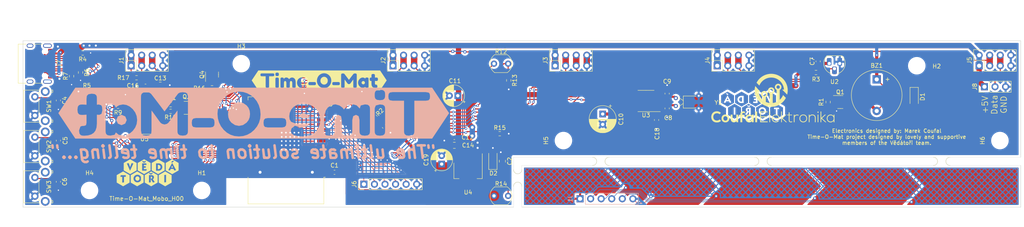
<source format=kicad_pcb>
(kicad_pcb (version 20211014) (generator pcbnew)
  (layers (0 "F.Cu" signal) (31 "B.Cu" signal) (34 "B.Paste" user) (35 "F.Paste" user) (36 "B.SilkS" user "B.Silkscreen") (37 "F.SilkS" user "F.Silkscreen") (38 "B.Mask" user) (39 "F.Mask" user) (44 "Edge.Cuts" user))
  (net 0 "")
  (net 1 "+5V")
  (net 2 "Net-(BZ1-Pad2)")
  (net 3 "+3V3")
  (net 4 "GND")
  (net 5 "/USB+Power/ESP_RST")
  (net 6 "BUTTON1")
  (net 7 "BUTTON2")
  (net 8 "BUTTON3")
  (net 9 "Net-(C8-Pad1)")
  (net 10 "Net-(C9-Pad1)")
  (net 11 "Net-(C10-Pad1)")
  (net 12 "WS2812")
  (net 13 "Net-(J1-Pad5)")
  (net 14 "Net-(J2-Pad5)")
  (net 15 "Net-(J3-Pad5)")
  (net 16 "Net-(J4-Pad5)")
  (net 17 "Net-(J5-Pad5)")
  (net 18 "TOUCH9")
  (net 19 "TOUCH8")
  (net 20 "TOUCH7")
  (net 21 "TOUCH6")
  (net 22 "TOUCH5")
  (net 24 "/USB+Power/D+")
  (net 25 "CC2")
  (net 26 "Net-(J7-PadA8)")
  (net 27 "/USB+Power/D-")
  (net 28 "CC1")
  (net 29 "Net-(J7-PadB8)")
  (net 30 "BUZZER")
  (net 31 "Net-(Q2-Pad1)")
  (net 32 "Net-(Q2-Pad2)")
  (net 33 "Net-(Q3-Pad1)")
  (net 34 "Net-(Q3-Pad2)")
  (net 35 "/USB+Power/ESP_GPIO0")
  (net 36 "TEMPERATURE")
  (net 37 "/USB+Power/ESP_RX")
  (net 38 "Net-(R8-Pad2)")
  (net 39 "/USB+Power/ESP_TX")
  (net 40 "Net-(R9-Pad2)")
  (net 41 "LIGHT1")
  (net 42 "LIGHT2")
  (net 43 "SCLK")
  (net 44 "CE")
  (net 57 "IO")
  (net 63 "Net-(Q4-Pad2)")
  (footprint "Package_TO_SOT_SMD:SOT-23" (layer "F.Cu") (at 43.688 16.129)
    (fp_text reference "Q3")
    (fp_text value "S8050")
  )
  (footprint "Capacitor_SMD:C_0805_2012Metric" (layer "F.Cu") (at 33.02 10.668)
    (fp_text reference "C13")
    (fp_text value "10u")
  )
  (footprint "Capacitor_SMD:C_0603_1608Metric" (layer "F.Cu") (at 8.509 14.351 90)
    (fp_text reference "C4")
    (fp_text value "100n")
  )
  (footprint "Resistor_SMD:R_0603_1608Metric" (layer "F.Cu") (at 193.675 14.732 -90)
    (fp_text reference "R1")
    (fp_text value "10K")
  )
  (footprint "Capacitor_SMD:C_0603_1608Metric" (layer "F.Cu") (at 191.262 4.953 90)
    (fp_text reference "C7")
    (fp_text value "100n")
  )
  (footprint "OptoDevice:R_LDR_5.1x4.3mm_P3.4mm_Vertical" (layer "F.Cu") (at 113.3 37.3)
    (fp_text reference "R14")
    (fp_text value "R_Photo")
  )
  (footprint "Connector_PinHeader_2.54mm:PinHeader_2x04_P2.54mm_Vertical" (layer "F.Cu") (at 167 6 90)
    (fp_text reference "J4")
    (fp_text value "Conn_02x04_Odd_Even")
  )
  (footprint "Resistor_SMD:R_0603_1608Metric" (layer "F.Cu") (at 114.681 22.352)
    (fp_text reference "R15")
    (fp_text value "10K")
  )
  (footprint "MountingHole:MountingHole_3.2mm_M3" (layer "F.Cu") (at 52.5 5.5)
    (fp_text reference "H3")
    (fp_text value "MountingHole")
  )
  (footprint "Resistor_SMD:R_0603_1608Metric" (layer "F.Cu") (at 14.351 2.921)
    (fp_text reference "R4")
    (fp_text value "5K1")
  )
  (footprint "Diode_SMD:D_SOD-123" (layer "F.Cu") (at 214.376 13.462 -90)
    (fp_text reference "D1")
    (fp_text value "B5819W")
  )
  (footprint "Connector_PinHeader_2.54mm:PinHeader_2x04_P2.54mm_Vertical" (layer "F.Cu") (at 26 6 90)
    (fp_text reference "J1")
    (fp_text value "Conn_02x04_Odd_Even")
  )
  (footprint "Package_TO_SOT_SMD:SOT-23" (layer "F.Cu") (at 196.596 14.732)
    (fp_text reference "Q1")
    (fp_text value "2N7002")
  )
  (footprint "Package_TO_SOT_SMD:SOT-223-3_TabPin2" (layer "F.Cu") (at 107.061 31.242 -90)
    (fp_text reference "U4")
    (fp_text value "AMS1117-3.3")
  )
  (footprint "Connector_PinHeader_2.54mm:PinHeader_2x04_P2.54mm_Vertical" (layer "F.Cu") (at 128 6 90)
    (fp_text reference "J3")
    (fp_text value "Conn_02x04_Odd_Even")
  )
  (footprint "MountingHole:MountingHole_3.2mm_M3" (layer "F.Cu") (at 130 24 90)
    (fp_text reference "H5")
    (fp_text value "MountingHole")
  )
  (footprint "Buzzer_Beeper:Buzzer_12x9.5RM7.6" (layer "F.Cu") (at 205.359 9.281 -90)
    (fp_text reference "BZ1")
    (fp_text value "Buzzer")
  )
  (footprint "Resistor_SMD:R_0603_1608Metric" (layer "F.Cu") (at 15.367 12.192)
    (fp_text reference "R5")
    (fp_text value "5K1")
  )
  (footprint "Capacitor_THT:CP_Radial_D6.3mm_P2.50mm" (layer "F.Cu") (at 139.446 17.613621 -90)
    (fp_text reference "C10")
    (fp_text value "Supercap")
  )
  (footprint "Panelization:mouse-bite-2mm-slot-edgecuts" (layer "F.Cu") (at 139 29)
    (fp_text reference "mouse-bite-2mm-slot" hide)
    (fp_text value "VAL**" hide)
    (fp_arc (start 2 1) (mid 1 0) (end 2 -1) (layer "Edge.Cuts") (width 0.1))
    (fp_arc (start -2 -1) (mid -1 0) (end -2 1) (layer "Edge.Cuts") (width 0.1))
  )
  (footprint "Connector_PinHeader_2.54mm:PinHeader_1x03_P2.54mm_Vertical" (layer "F.Cu") (at 231.282 11.049 90)
    (fp_text reference "J8")
    (fp_text value "Conn_01x03")
  )
  (footprint "MountingHole:MountingHole_3.2mm_M3" (layer "F.Cu") (at 235 24 90)
    (fp_text reference "H6")
    (fp_text value "MountingHole")
  )
  (footprint "Capacitor_SMD:C_0603_1608Metric" (layer "F.Cu") (at 8.509 24.003 90)
    (fp_text reference "C5")
    (fp_text value "100n")
  )
  (footprint "Resistor_SMD:R_0603_1608Metric" (layer "F.Cu") (at 27.305 8.89)
    (fp_text reference "R17")
    (fp_text value "10K")
  )
  (footprint "Capacitor_SMD:C_0603_1608Metric" (layer "F.Cu") (at 86.868 20.574 135)
    (fp_text reference "C3")
    (fp_text value "1u")
  )
  (footprint "Resistor_SMD:R_0603_1608Metric" (layer "F.Cu") (at 35.496 16.967 180)
    (fp_text reference "R10")
    (fp_text value "12K")
  )
  (footprint "Time-O-Mat_Library:Vedatori_15mm" (layer "F.Cu") (at 29.972 31.75)
    (fp_text reference "G3" hide)
    (fp_text value "Vedatori_logo" hide)
  )
  (footprint "Package_TO_SOT_SMD:SOT-23" (layer "F.Cu") (at 45.466 8.128 90)
    (fp_text reference "Q4")
    (fp_text value "2N7002")
  )
  (footprint "MountingHole:MountingHole_3.2mm_M3" (layer "F.Cu") (at 16 36)
    (fp_text reference "H4")
    (fp_text value "MountingHole")
  )
  (footprint "OptoDevice:R_LDR_5.1x4.3mm_P3.4mm_Vertical" (layer "F.Cu") (at 113.3 5.5)
    (fp_text reference "R12")
    (fp_text value "R_Photo")
  )
  (footprint "Capacitor_SMD:C_0603_1608Metric" (layer "F.Cu") (at 154.94 16.269 -90)
    (fp_text reference "C8")
    (fp_text value "6pF")
  )
  (footprint "Crystal:Crystal_DS26_D2.0mm_L6.0mm_Horizontal_1EP_style2" (layer "F.Cu") (at 157.036 15.682 90)
    (fp_text reference "Y1")
    (fp_text value "Crystal_GND2")
  )
  (footprint "Time-O-Mat_Library:Coufal_elektronika_text_30x13mm" (layer "F.Cu") (at 180.467 14.351)
    (fp_text reference "G1" hide)
    (fp_text value "CoufalElektronika_logo" hide)
  )
  (footprint "Package_SO:SOIC-8_3.9x4.9mm_P1.27mm" (layer "F.Cu") (at 149.86 14.478 180)
    (fp_text reference "U3")
    (fp_text value "DS1302ZN+")
  )
  (footprint "Capacitor_SMD:C_0805_2012Metric" (layer "F.Cu") (at 103.759 25.146 180)
    (fp_text reference "C14")
    (fp_text value "10u")
  )
  (footprint "Capacitor_SMD:C_0603_1608Metric" (layer "F.Cu") (at 29.464 10.922 180)
    (fp_text reference "C16")
    (fp_text value "100n")
  )
  (footprint "Resistor_SMD:R_0603_1608Metric" (layer "F.Cu") (at 22.86 14.224)
    (fp_text reference "R8")
    (fp_text value "470R")
  )
  (footprint "Capacitor_SMD:C_0603_1608Metric" (layer "F.Cu") (at 8.509 33.909 90)
    (fp_text reference "C6")
    (fp_text value "100n")
  )
  (footprint "Capacitor_SMD:C_0603_1608Metric" (layer "F.Cu") (at 154.94 12.7 90)
    (fp_text reference "C9")
    (fp_text value "6pF")
  )
  (footprint "Connector_USB:USB_C_Receptacle_HRO_TYPE-C-31-M-12" (layer "F.Cu") (at 2.74 5.5 -90)
    (fp_text reference "J7")
    (fp_text value "918-418K2023S40001")
  )
  (footprint "Resistor_SMD:R_0603_1608Metric" (layer "F.Cu") (at 45.466 11.303)
    (fp_text reference "R16")
    (fp_text value "10K")
  )
  (footprint "kibuzzard-61E8891A" (layer "F.Cu") (at 71.247 9.525)
    (fp_text reference "kibuzzard-61E8891A" hide)
    (fp_text value "G***" hide)
  )
  (footprint "Connector_PinHeader_2.54mm:PinHeader_1x06_P2.54mm_Vertical" (layer "F.Cu") (at 82 34.5 90)
    (fp_text reference "J6")
    (fp_text value "Conn_01x06_Male")
  )
  (footprint "Resistor_SMD:R_0603_1608Metric" (layer "F.Cu") (at 22.86 15.748)
    (fp_text reference "R9")
    (fp_text value "470R")
  )
  (footprint "Resistor_SMD:R_0603_1608Metric" (layer "F.Cu") (at 116.84 9.525 -90)
    (fp_text reference "R13")
    (fp_text value "10K")
  )
  (footprint "Capacitor_SMD:C_0805_2012Metric" (layer "F.Cu") (at 115.316 28.956 90)
    (fp_text reference "C2")
    (fp_text value "10u")
  )
  (footprint "MountingHole:MountingHole_3.2mm_M3" (layer "F.Cu") (at 43 36)
    (fp_text reference "H1")
    (fp_text value "MountingHole")
  )
  (footprint "Resistor_SMD:R_0603_1608Metric" (layer "F.Cu") (at 11.684 8.509 90)
    (fp_text reference "R7")
    (fp_text value "5K1")
  )
  (footprint "Button_Switch_THT:SW_Tactile_SPST_Angled_PTS645Vx83-2LFS" (layer "F.Cu") (at 2.8625 17.975 90)
    (fp_text reference "SW1")
    (fp_text value "SW_SPST")
  )
  (footprint "Resistor_SMD:R_0603_1608Metric" (layer "F.Cu") (at 190.754 7.62)
    (fp_text reference "R3")
    (fp_text value "4K7")
  )
  (footprint "Capacitor_SMD:C_0603_1608Metric" (layer "F.Cu") (at 103.759 23.241 180)
    (fp_text reference "C12")
    (fp_text value "100n")
  )
  (footprint "Package_TO_SOT_THT:TO-92_HandSolder" (layer "F.Cu") (at 196.469 5.449 180)
    (fp_text reference "U2")
    (fp_text value "DS18B20")
  )
  (footprint "Button_Switch_THT:SW_Tactile_SPST_Angled_PTS645Vx83-2LFS" (layer "F.Cu") (at 2.8625 27.675 90)
    (fp_text reference "SW2")
    (fp_text value "SW_SPST")
  )
  (footprint "Button_Switch_THT:SW_Tactile_SPST_Angled_PTS645Vx83-2LFS" (layer "F.Cu") (at 2.8625 37.375 90)
    (fp_text reference "SW3")
    (fp_text value "SW_SPST")
  )
  (footprint "MountingHole:MountingHole_3.2mm_M3" (layer "F.Cu") (at 215 6)
    (fp_text reference "H2")
    (fp_text value "MountingHole")
  )
  (footprint "Resistor_SMD:R_0603_1608Metric" (layer "F.Cu") (at 35.496 15.367 180)
    (fp_text reference "R11")
    (fp_text value "12K")
  )
  (footprint "Resistor_SMD:R_0603_1608Metric" (layer "F.Cu") (at 84.708163 18.363363 -45)
    (fp_text reference "R2")
    (fp_text value "10K")
  )
  (footprint "Connector_PinHeader_2.54mm:PinHeader_2x04_P2.54mm_Vertical" (layer "F.Cu") (at 230 6 90)
    (fp_text reference "J5")
    (fp_text value "Conn_02x04_Odd_Even")
  )
  (footprint "Capacitor_SMD:C_0603_1608Metric" (layer "F.Cu") (at 74.93 31.623 180)
    (fp_text reference "C1")
    (fp_text value "100n")
  )
  (footprint "Capacitor_THT:CP_Radial_D5.0mm_P2.00mm" (layer "F.Cu") (at 104.587112 13.208 180)
    (fp_text reference "C11")
    (fp_text value "100u")
  )
  (footprint "Package_SO:SOIC-16_3.9x9.9mm_P1.27mm" (layer "F.Cu") (at 29 17.4)
    (fp_text reference "U5")
    (fp_text value "CH340G")
  )
  (footprint "RF_Module:ESP32-WROOM-32" (layer "F.Cu") (at 63.246 23.368 180)
    (fp_text reference "U1")
    (fp_text value "ESP32-WROOM-32D")
  )
  (footprint "Resistor_SMD:R_0603_1608Metric" (layer "F.Cu") (at 13.843 7.62 -90)
    (fp_text reference "R6")
    (fp_text value "5K1")
  )
  (footprint "Connector_PinHeader_2.54mm:PinHeader_2x04_P2.54mm_Vertical" (layer "F.Cu") (at 89 6 90)
    (fp_text reference "J2")
    (fp_text value "Conn_02x04_Odd_Even")
  )
  (footprint "Capacitor_THT:CP_Radial_D5.0mm_P2.00mm" (layer "F.Cu") (at 100.711 29.657113 90)
    (fp_text reference "C19")
    (fp_text value "100u")
  )
  (footprint "Capacitor_SMD:C_0603_1608Metric" (layer "F.Cu") (at 152.4 19.05 -90)
    (fp_text reference "C18")
    (fp_text value "100n")
  )
  (footprint "Panelization:mouse-bite-2mm-slot-edgecuts" (layer "F.Cu") (at 178 29)
    (fp_text reference "mouse-bite-2mm-slot" hide)
    (fp_text value "VAL**" hide)
    (fp_arc (start 2 1) (mid 1 0) (end 2 -1) (layer "Edge.Cuts") (width 0.1))
    (fp_arc (start -2 -1) (mid -1 0) (end -2 1) (layer "Edge.Cuts") (width 0.1))
  )
  (footprint "Panelization:mouse-bite-2mm-slot-edgecuts" (layer "F.Cu") (at 221 29)
    (fp_text reference "mouse-bite-2mm-slot" hide)
    (fp_text value "VAL**" hide)
    (fp_arc (start 2 1) (mid 1 0) (end 2 -1) (layer "Edge.Cuts") (width 0.1))
    (fp_arc (start -2 -1) (mid -1 0) (end -2 1) (layer "Edge.Cuts") (width 0.1))
  )
  (footprint "Panelization:mouse-bite-2mm-slot-edgecuts" (layer "F.Cu") (at 119 33 90)
    (fp_text reference "mouse-bite-2mm-slot" hide)
    (fp_text value "VAL**" hide)
    (fp_arc (start -2 -1) (mid -1 0) (end -2 1) (layer "Edge.Cuts") (width 0.1))
    (fp_arc (start 2 1) (mid 1 0) (end 2 -1) (layer "Edge.Cuts") (width 0.1))
  )
  (footprint "Diode_SMD:D_SOD-123" (layer "F.Cu") (at 113.03 28.702 90)
    (fp_text reference "D2")
    (fp_text value "B5819W")
  )
  (footprint "Package_TO_SOT_SMD:SOT-23" (layer "F.Cu") (at 39.37 16.129 180)
    (fp_text reference "Q2")
    (fp_text value "S8050")
  )
  (footprint "Time-O-Mat_Library:Vedatori_copper_exposed_15mm" (layer "B.Cu") (at 175.387 15.494 180)
    (fp_text reference "G2" hide)
    (fp_text value "Vedatori_logo" hide)
  )
  (footprint "Connector_PinHeader_2.54mm:PinHeader_1x06_P2.54mm_Vertical" (layer "B.Cu") (at 134 38 -90)
    (fp_text reference "J1")
    (fp_text value "Conn_01x06_Male")
  )
  (footprint "kibuzzard-61E88A0E" (layer "B.Cu") (at 55.499 17.399 180)
    (fp_text reference "kibuzzard-61E88A0E" hide)
    (fp_text value "G***" hide)
  )
  (gr_line (start 180 30) (end 219 30) (layer "Edge.Cuts") (width 0.05))
  (gr_line (start 137 28) (end 118 28) (layer "Edge.Cuts") (width 0.05))
  (gr_line (start 240 30) (end 223 30) (layer "Edge.Cuts") (width 0.05))
  (gr_line (start 120 40) (end 120 35) (layer "Edge.Cuts") (width 0.05))
  (gr_line (start 240 28) (end 240 0) (layer "Edge.Cuts") (width 0.1))
  (gr_line (start 141 30) (end 176 30) (layer "Edge.Cuts") (width 0.05))
  (gr_line (start 0 24) (end 0 40) (layer "Edge.Cuts") (width 0.1))
  (gr_line (start 120 30) (end 120 31) (layer "Edge.Cuts") (width 0.05))
  (gr_line (start 0 40) (end 118 40) (layer "Edge.Cuts") (width 0.1))
  (gr_line (start 0 0) (end 240 0) (layer "Edge.Cuts") (width 0.1))
  (gr_line (start 118 35) (end 118 40) (layer "Edge.Cuts") (width 0.05))
  (gr_line (start 118 28) (end 118 31) (layer "Edge.Cuts") (width 0.05))
  (gr_line (start 219 28) (end 180 28) (layer "Edge.Cuts") (width 0.05))
  (gr_line (start 240 28) (end 223 28) (layer "Edge.Cuts") (width 0.05))
  (gr_line (start 120 40) (end 240 40) (layer "Edge.Cuts") (width 0.1))
  (gr_line (start 120 30) (end 137 30) (layer "Edge.Cuts") (width 0.05))
  (gr_line (start 240 40) (end 240 30) (layer "Edge.Cuts") (width 0.1))
  (gr_line (start 176 28) (end 141 28) (layer "Edge.Cuts") (width 0.05))
  (gr_line (start 0 24) (end 0 0) (layer "Edge.Cuts") (width 0.1))
  (gr_text "{dblquote}The ultimate solution to time telling...{dblquote}" (at 53.213 26.797) (layer "B.SilkS") (effects (font (size 3 3) (thickness 0.6) italic) (justify mirror)))
  (gr_text "+5V\nData\nGND" (at 233.68 15.367 90) (layer "F.SilkS") (effects (font (size 1.4 1.4))))
  (gr_text "Time-O-Mat_Mobo_H00" (at 29.718 37.973) (layer "F.SilkS") (effects (font (size 1 1))))
  (gr_text "Electronics designed by: Marek Coufal\nTime-O-Mat project designed by lovely and supportive\nmembers of the Vědátoři team." (at 207.772 23.114) (layer "F.SilkS") (effects (font (size 0.9 0.9))))
  (segment (start 14.224 1.524) (end 14.59548 1.15252) (width 1.27) (layer "F.Cu") (net 1))
  (segment (start 128 1.2) (end 127.95252 1.15252) (width 1.27) (layer "F.Cu") (net 1))
  (segment (start 104.65752 1.15252) (end 127.95252 1.15252) (width 1.27) (layer "F.Cu") (net 1))
  (segment (start 127.95252 1.15252) (end 167.04748 1.15252) (width 1.27) (layer "F.Cu") (net 1))
  (segment (start 26.48 8.89) (end 26 8.41) (width 0.254) (layer "F.Cu") (net 1))
  (segment (start 5.503581 7.561479) (end 5.892102 7.95) (width 0.254) (layer "F.Cu") (net 1))
  (segment (start 128 3.46) (end 128 1.2) (width 1.27) (layer "F.Cu") (net 1))
  (segment (start 4.699 3.937) (end 4.699 6.985) (width 0.508) (layer "F.Cu") (net 1))
  (segment (start 4.699 6.985) (end 5.275479 7.561479) (width 0.508) (layer "F.Cu") (net 1))
  (segment (start 205.359 9.281) (end 205.359 3.429) (width 0.762) (layer "F.Cu") (net 1))
  (segment (start 89 3.46) (end 89 1.2) (width 1.27) (layer "F.Cu") (net 1))
  (segment (start 10.287 1.524) (end 14.224 1.524) (width 1.27) (layer "F.Cu") (net 1))
  (segment (start 8.56 7.95) (end 8.636 7.874) (width 0.254) (layer "F.Cu") (net 1))
  (segment (start 89 1.2) (end 89.04748 1.15252) (width 1.27) (layer "F.Cu") (net 1))
  (segment (start 8.761 3.05) (end 9.017 2.794) (width 0.508) (layer "F.Cu") (net 1))
  (segment (start 26 6) (end 26 3.46) (width 1.524) (layer "F.Cu") (net 1))
  (segment (start 104.761 28.092) (end 104.761 1.256) (width 1.27) (layer "F.Cu") (net 1))
  (segment (start 227.69252 1.15252) (end 230 3.46) (width 1.27) (layer "F.Cu") (net 1))
  (segment (start 6.094 3.05) (end 5.715 3.429) (width 0.254) (layer "F.Cu") (net 1))
  (segment (start 167 1.2) (end 167.04748 1.15252) (width 1.27) (layer "F.Cu") (net 1))
  (segment (start 89.04748 1.15252) (end 104.65752 1.15252) (width 1.27) (layer "F.Cu") (net 1))
  (segment (start 104.761 1.256) (end 104.65752 1.15252) (width 1.27) (layer "F.Cu") (net 1))
  (segment (start 89 6) (end 89 3.46) (width 1.524) (layer "F.Cu") (net 1))
  (segment (start 207.89 11.812) (end 205.359 9.281) (width 0.254) (layer "F.Cu") (net 1))
  (segment (start 5.715 3.429) (end 5.207 3.429) (width 0.254) (layer "F.Cu") (net 1))
  (segment (start 6.785 3.05) (end 8.761 3.05) (width 0.508) (layer "F.Cu") (net 1))
  (segment (start 26 3.46) (end 26 1.4) (width 1.27) (layer "F.Cu") (net 1))
  (segment (start 14.59548 1.15252) (end 25.75252 1.15252) (width 1.27) (layer "F.Cu") (net 1))
  (segment (start 5.275479 7.561479) (end 5.503581 7.561479) (width 0.254) (layer "F.Cu") (net 1))
  (segment (start 26 1.4) (end 25.75252 1.15252) (width 1.27) (layer "F.Cu") (net 1))
  (segment (start 167 3.46) (end 167 1.2) (width 1.27) (layer "F.Cu") (net 1))
  (segment (start 5.207 3.429) (end 4.699 3.937) (width 0.508) (layer "F.Cu") (net 1))
  (segment (start 230 9.767) (end 231.282 11.049) (width 1.27) (layer "F.Cu") (net 1))
  (segment (start 5.892102 7.95) (end 6.785 7.95) (width 0.254) (layer "F.Cu") (net 1))
  (segment (start 9.017 2.794) (end 10.287 1.524) (width 1.27) (layer "F.Cu") (net 1))
  (segment (start 214.376 11.812) (end 207.89 11.812) (width 0.254) (layer "F.Cu") (net 1))
  (segment (start 167.04748 1.15252) (end 227.69252 1.15252) (width 1.27) (layer "F.Cu") (net 1))
  (segment (start 128 6) (end 128 3.46) (width 1.524) (layer "F.Cu") (net 1))
  (segment (start 25.75252 1.15252) (end 89.04748 1.15252) (width 1.27) (layer "F.Cu") (net 1))
  (segment (start 6.785 3.05) (end 6.094 3.05) (width 0.254) (layer "F.Cu") (net 1))
  (segment (start 26 8.41) (end 26 6) (width 0.254) (layer "F.Cu") (net 1))
  (segment (start 230 6) (end 230 9.767) (width 1.27) (layer "F.Cu") (net 1))
  (segment (start 6.785 7.95) (end 8.56 7.95) (width 0.254) (layer "F.Cu") (net 1))
  (via (at 15.99248 1.15252) (size 1) (drill 0.5) (layers "F.Cu" "B.Cu") (net 1))
  (via (at 205.359 3.429) (size 0.6) (drill 0.3) (layers "F.Cu" "B.Cu") (net 1))
  (via (at 17.51648 1.15252) (size 1) (drill 0.5) (layers "F.Cu" "B.Cu") (net 1))
  (via (at 9.017 2.794) (size 0.6) (drill 0.3) (layers "F.Cu" "B.Cu") (net 1))
  (via (at 8.636 7.874) (size 0.6) (drill 0.3) (layers "F.Cu" "B.Cu") (net 1))
  (via (at 14.59548 1.15252) (size 1) (drill 0.5) (layers "F.Cu" "B.Cu") (net 1))
  (segment (start 26 6) (end 26 1.2) (width 1.27) (layer "B.Cu") (net 1))
  (segment (start 205.36852 1.15252) (end 227.69252 1.15252) (width 1.27) (layer "B.Cu") (net 1))
  (segment (start 88.95252 1.15252) (end 127.75252 1.15252) (width 1.27) (layer "B.Cu") (net 1))
  (segment (start 205.359 3.429) (end 205.359 1.16204) (width 0.762) (layer "B.Cu") (net 1))
  (segment (start 227.69252 1.15252) (end 230 3.46) (width 1.27) (layer "B.Cu") (net 1))
  (segment (start 26 1.2) (end 25.95252 1.15252) (width 1.27) (layer "B.Cu") (net 1))
  (segment (start 128 6) (end 128 1.4) (width 1.27) (layer "B.Cu") (net 1))
  (segment (start 127.75252 1.15252) (end 167.44748 1.15252) (width 1.27) (layer "B.Cu") (net 1))
  (segment (start 167 3.46) (end 167 1.6) (width 1.27) (layer "B.Cu") (net 1))
  (segment (start 167 6) (end 167 3.46) (width 1.524) (layer "B.Cu") (net 1))
  (segment (start 230 3.46) (end 230 6) (width 1.27) (layer "B.Cu") (net 1))
  (segment (start 89 1.2) (end 88.95252 1.15252) (width 1.27) (layer "B.Cu") (net 1))
  (segment (start 89 6) (end 89 1.2) (width 1.27) (layer "B.Cu") (net 1))
  (segment (start 8.636 7.874) (end 8.636 3.175) (width 0.762) (layer "B.Cu") (net 1))
  (segment (start 167 1.6) (end 167.44748 1.15252) (width 1.27) (layer "B.Cu") (net 1))
  (segment (start 25.95252 1.15252) (end 88.95252 1.15252) (width 1.27) (layer "B.Cu") (net 1))
  (segment (start 205.359 1.16204) (end 205.36852 1.15252) (width 0.762) (layer "B.Cu") (net 1))
  (segment (start 128 1.4) (end 127.75252 1.15252) (width 1.27) (layer "B.Cu") (net 1))
  (segment (start 167.44748 1.15252) (end 205.36852 1.15252) (width 1.27) (layer "B.Cu") (net 1))
  (segment (start 8.636 3.175) (end 9.017 2.794) (width 0.762) (layer "B.Cu") (net 1))
  (segment (start 14.59548 1.15252) (end 25.95252 1.15252) (width 1.27) (layer "B.Cu") (net 1))
  (segment (start 214.376 15.112) (end 207.128 15.112) (width 0.254) (layer "F.Cu") (net 2))
  (segment (start 207.128 15.112) (end 205.359 16.881) (width 0.254) (layer "F.Cu") (net 2))
  (segment (start 203.21 14.732) (end 205.359 16.881) (width 0.762) (layer "F.Cu") (net 2))
  (segment (start 197.5335 14.732) (end 203.21 14.732) (width 0.762) (layer "F.Cu") (net 2))
  (segment (start 108.077 20.8175) (end 107.188 19.9285) (width 1.27) (layer "F.Cu") (net 3))
  (segment (start 152.335 18.21) (end 152.4 18.275) (width 0.508) (layer "F.Cu") (net 3))
  (segment (start 189.929 7.62) (end 189.929 5.805) (width 0.254) (layer "F.Cu") (net 3))
  (segment (start 152.335 16.383) (end 150.876 16.383) (width 0.508) (layer "F.Cu") (net 3))
  (segment (start 84.9884 16.9164) (end 97.663 29.591) (width 0.762) (layer "F.Cu") (net 3))
  (segment (start 149.733 15.24) (end 149.733 11.049) (width 0.508) (layer "F.Cu") (net 3))
  (segment (start 77.978 36.703) (end 79.629 38.354) (width 0.762) (layer "F.Cu") (net 3))
  (segment (start 105.772979 13.027021) (end 105.772979 26.803979) (width 0.254) (layer "F.Cu") (net 3))
  (segment (start 44.578 11.366) (end 44.641 11.303) (width 0.762) (layer "F.Cu") (net 3))
  (segment (start 185.928 10.795) (end 160.782 10.795) (width 1.27) (layer "F.Cu") (net 3))
  (segment (start 160.782 10.795) (end 159.131 9.144) (width 1.27) (layer "F.Cu") (net 3))
  (segment (start 110.236 12.954) (end 132.879218 12.954) (width 1.27) (layer "F.Cu") (net 3))
  (segment (start 75.946 31.623) (end 76.342422 31.226578) (width 0.508) (layer "F.Cu") (net 3))
  (segment (start 191.262 5.728) (end 189.852 5.728) (width 0.762) (layer "F.Cu") (net 3))
  (segment (start 48.773213 13.182445) (end 48.781073 13.190305) (width 0.762) (layer "F.Cu") (net 3))
  (segment (start 107.061 23.8865) (end 108.077 22.8705) (width 1.27) (layer "F.Cu") (net 3))
  (segment (start 50.275717 12.437501) (end 52.299218 10.414) (width 0.762) (layer "F.Cu") (net 3))
  (segment (start 105.772979 26.803979) (end 107.061 28.092) (width 0.254) (layer "F.Cu") (net 3))
  (segment (start 37.845 12.955) (end 44.578 12.955) (width 0.762) (layer "F.Cu") (net 3))
  (segment (start 107.061 28.092) (end 107.061 23.8865) (width 1.27) (layer "F.Cu") (net 3))
  (segment (start 189.852 5.728) (end 188.709 5.728) (width 0.762) (layer "F.Cu") (net 3))
  (segment (start 31.475 11.263) (end 30.58 11.263) (width 0.508) (layer "F.Cu") (net 3))
  (segment (start 189.929 5.805) (end 189.852 5.728) (width 0.254) (layer "F.Cu") (net 3))
  (segment (start 107.188 16.002) (end 110.236 12.954) (width 1.27) (layer "F.Cu") (net 3))
  (segment (start 188.709 5.728) (end 185.928 8.509) (width 0.762) (layer "F.Cu") (net 3))
  (segment (start 29.845 12.955) (end 31.475 12.955) (width 0.508) (layer "F.Cu") (net 3))
  (segment (start 29 13.8) (end 29.845 12.955) (width 0.508) (layer "F.Cu") (net 3))
  (segment (start 75.705 31.623) (end 75.946 31.623) (width 0.508) (layer "F.Cu") (net 3))
  (segment (start 78.486 10.414) (end 84.9884 16.9164) (width 0.762) (layer "F.Cu") (net 3))
  (segment (start 33.273 12.955) (end 37.845 12.955) (width 0.762) (layer "F.Cu") (net 3))
  (segment (start 77.978 32.862156) (end 77.978 36.703) (width 0.762) (layer "F.Cu") (net 3))
  (segment (start 29 15.8) (end 29 13.8) (width 0.508) (layer "F.Cu") (net 3))
  (segment (start 76.342422 31.226578) (end 77.978 32.862156) (width 0.762) (layer "F.Cu") (net 3))
  (segment (start 159.131 9.144) (end 151.638 9.144) (width 1.27) (layer "F.Cu") (net 3))
  (segment (start 50.26852 12.437501) (end 50.275717 12.437501) (width 0.762) (layer "F.Cu") (net 3))
  (segment (start 134.784218 11.049) (end 149.733 11.049) (width 1.27) (layer "F.Cu") (net 3))
  (segment (start 28.035 16.765) (end 29 15.8) (width 0.508) (layer "F.Cu") (net 3))
  (segment (start 113.3 5.5) (end 105.772979 13.027021) (width 0.254) (layer "F.Cu") (net 3))
  (segment (start 150.876 16.383) (end 149.733 15.24) (width 0.508) (layer "F.Cu") (net 3))
  (segment (start 107.188 19.9285) (end 107.188 16.002) (width 1.27) (layer "F.Cu") (net 3))
  (segment (start 79.629 38.354) (end 97.79 38.354) (width 0.762) (layer "F.Cu") (net 3))
  (segment (start 75.468844 30.353) (end 75.897922 30.782078) (width 0.762) (layer "F.Cu") (net 3))
  (segment (start 30.58 11.263) (end 30.239 10.922) (width 0.508) (layer "F.Cu") (net 3))
  (segment (start 191.541 5.449) (end 191.262 5.728) (width 0.762) (layer "F.Cu") (net 3))
  (segment (start 44.805445 13.182445) (end 48.773213 13.182445) (width 0.762) (layer "F.Cu") (net 3))
  (segment (start 75.705 31.623) (end 75.705 30.975) (width 0.508) (layer "F.Cu") (net 3))
  (segment (start 132.879218 12.954) (end 134.784218 11.049) (width 1.27) (layer "F.Cu") (net 3))
  (segment (start 71.746 30.353) (end 75.468844 30.353) (width 0.762) (layer "F.Cu") (net 3))
  (segment (start 31.475 11.263) (end 32.07 10.668) (width 0.508) (layer "F.Cu") (net 3))
  (segment (start 44.578 12.955) (end 44.805445 13.182445) (width 0.762) (layer "F.Cu") (net 3))
  (segment (start 84.1248 17.78) (end 84.9884 16.9164) (width 0.254) (layer "F.Cu") (net 3))
  (segment (start 31.475 12.955) (end 31.475 11.263) (width 0.508) (layer "F.Cu") (net 3))
  (segment (start 152.335 16.383) (end 152.335 18.21) (width 0.508) (layer "F.Cu") (net 3))
  (segment (start 151.638 9.144) (end 149.733 11.049) (width 1.27) (layer "F.Cu") (net 3))
  (segment (start 193.929 5.449) (end 191.541 5.449) (width 0.762) (layer "F.Cu") (net 3))
  (segment (start 52.299218 10.414) (end 78.486 10.414) (width 0.762) (layer "F.Cu") (net 3))
  (segment (start 44.516 9.0655) (end 44.516 11.178) (width 0.254) (layer "F.Cu") (net 3))
  (segment (start 75.705 30.975) (end 75.897922 30.782078) (width 0.508) (layer "F.Cu") (net 3))
  (segment (start 75.897922 30.782078) (end 76.342422 31.226578) (width 0.762) (layer "F.Cu") (net 3))
  (segment (start 44.516 11.178) (end 44.641 11.303) (width 0.254) (layer "F.Cu") (net 3))
  (segment (start 26.525 16.765) (end 28.035 16.765) (width 0.508) (layer "F.Cu") (net 3))
  (segment (start 48.781073 13.190305) (end 49.515716 13.190305) (width 0.762) (layer "F.Cu") (net 3))
  (segment (start 31.475 12.955) (end 33.273 12.955) (width 0.508) (layer "F.Cu") (net 3))
  (segment (start 44.578 12.955) (end 44.578 11.366) (width 0.762) (layer "F.Cu") (net 3))
  (segment (start 49.515716 13.190305) (end 50.26852 12.437501) (width 0.762) (layer "F.Cu") (net 3))
  (via (at 108.077 22.8705) (size 1.4) (drill 0.7) (layers "F.Cu" "B.Cu") (net 3))
  (via (at 185.928 8.509) (size 0.6) (drill 0.3) (layers "F.Cu" "B.Cu") (net 3))
  (via (at 185.928 10.795) (size 0.6) (drill 0.3) (layers "F.Cu" "B.Cu") (net 3))
  (via (at 108.077 20.8175) (size 1.4) (drill 0.7) (layers "F.Cu" "B.Cu") (net 3))
  (segment (start 185.928 8.509) (end 185.928 10.795) (width 0.762) (layer "B.Cu") (net 3))
  (segment (start 108.077 22.8705) (end 108.077 20.8175) (width 1.27) (layer "B.Cu") (net 3))
  (segment (start 13.843 8.445) (end 13.843 9.525) (width 0.254) (layer "F.Cu") (net 4))
  (segment (start 189.878 4.178) (end 189.865 4.191) (width 0.508) (layer "F.Cu") (net 4))
  (segment (start 195.6585 16.8425) (end 195.707 16.891) (width 0.762) (layer "F.Cu") (net 4))
  (segment (start 8.509 34.684) (end 8.509 35.941) (width 0.254) (layer "F.Cu") (net 4))
  (segment (start 82.9945 25.8445) (end 82.042 24.892) (width 0.254) (layer "F.Cu") (net 4))
  (segment (start 85.852 28.702) (end 84.963 27.813) (width 0.254) (layer "F.Cu") (net 4))
  (segment (start 86.106 28.702) (end 85.852 28.702) (width 0.254) (layer "F.Cu") (net 4))
  (segment (start 81.026 23.876) (end 79.883 22.733) (width 0.254) (layer "F.Cu") (net 4))
  (segment (start 87.63 28.702) (end 86.106 28.702) (width 0.254) (layer "F.Cu") (net 4))
  (segment (start 26.525 12.955) (end 24.639 12.955) (width 0.508) (layer "F.Cu") (net 4))
  (segment (start 75.2475 23.6855) (end 75.184 23.622) (width 0.254) (layer "F.Cu") (net 4))
  (segment (start 75.184 23.622) (end 73.66 23.622) (width 0.254) (layer "F.Cu") (net 4))
  (segment (start 78.6765 27.1145) (end 77.47 25.908) (width 0.254) (layer "F.Cu") (net 4))
  (segment (start 76.3905 19.2405) (end 76.327 19.177) (width 0.254) (layer "F.Cu") (net 4))
  (segment (start 109.347 24.511) (end 109.361 24.525) (width 1.524) (layer "F.Cu") (net 4))
  (segment (start 154.94 11.925) (end 154.94 10.668) (width 0.508) (layer "F.Cu") (net 4))
  (segment (start 147.7 39) (end 146.7 38) (width 0.127) (layer "F.Cu") (net 4))
  (segment (start 71.746 31.623) (end 69.596 31.623) (width 0.762) (layer "F.Cu") (net 4))
  (segment (start 68.961 14.113) (end 68.961 16.383) (width 0.762) (layer "F.Cu") (net 4))
  (segment (start 195.6585 15.682) (end 193.8 15.682) (width 0.762) (layer "F.Cu") (net 4))
  (segment (start 6.785 8.75) (end 8.369 8.75) (width 0.508) (layer "F.Cu") (net 4))
  (segment (start 135.62 3.46) (end 135.62 6) (width 1.524) (layer "F.Cu") (net 4))
  (segment (start 24.639 12.955) (end 24.638 12.954) (width 0.508) (layer "F.Cu") (net 4))
  (segment (start 81.153 30.861) (end 81.153 29.591) (width 0.254) (layer "F.Cu") (net 4))
  (segment (start 89.916 30.099) (end 88.9 29.083) (width 0.254) (layer "F.Cu") (net 4))
  (segment (start 8.509 24.778) (end 8.509 26.162) (width 0.254) (layer "F.Cu") (net 4))
  (segment (start 102.984 23.99) (end 101.359 23.99) (width 0.762) (layer "F.Cu") (net 4))
  (segment (start 28.689 10.922) (end 27.305 10.922) (width 0.508) (layer "F.Cu") (net 4))
  (segment (start 54.746 31.623) (end 57.023 31.623) (width 0.762) (layer "F.Cu") (net 4))
  (segment (start 33.97 10.668) (end 35.306 10.668) (width 0.508) (layer "F.Cu") (net 4))
  (segment (start 77.724 20.574) (end 76.3905 19.2405) (width 0.254) (layer "F.Cu") (net 4))
  (segment (start 154.94 17.044) (end 154.94 18.415) (width 0.508) (layer "F.Cu") (net 4))
  (segment (start 101.359 23.99) (end 101.346 24.003) (width 0.762) (layer "F.Cu") (net 4))
  (segment (start 79.883 22.733) (end 78.74 21.59) (width 0.254) (layer "F.Cu") (net 4))
  (segment (start 77.47 25.908) (end 76.2635 24.7015) (width 0.254) (layer "F.Cu") (net 4))
  (segment (start 74.155 31.623) (end 71.746 31.623) (width 0.508) (layer "F.Cu") (net 4))
  (segment (start 149.494698 39) (end 147.7 39) (width 0.127) (layer "F.Cu") (net 4))
  (segment (start 102.984 23.241) (end 102.984 23.99) (width 0.762) (layer "F.Cu") (net 4))
  (segment (start 191.262 4.178) (end 189.878 4.178) (width 0.508) (layer "F.Cu") (net 4))
  (segment (start 78.74 21.59) (end 77.724 20.574) (width 0.254) (layer "F.Cu") (net 4))
  (segment (start 14.542 12.192) (end 13.335 12.192) (width 0.254) (layer "F.Cu") (net 4))
  (segment (start 90.932 31.115) (end 89.916 30.099) (width 0.254) (layer "F.Cu") (net 4))
  (segment (start 88.9 29.083) (end 88.519 28.702) (width 0.254) (layer "F.Cu") (net 4))
  (segment (start 195.6585 15.682) (end 195.6585 16.8425) (width 0.762) (layer "F.Cu") (net 4))
  (segment (start 82.042 24.892) (end 81.026 23.876) (width 0.254) (layer "F.Cu") (net 4))
  (segment (start 115.506 22.352) (end 116.84 22.352) (width 0.254) (layer "F.Cu") (net 4))
  (segment (start 84.963 27.813) (end 84.0105 26.8605) (width 0.254) (layer "F.Cu") (net 4))
  (segment (start 7.529 2.25) (end 8.382 1.397) (width 0.508) (layer "F.Cu") (net 4))
  (segment (start 102.984 23.99) (end 102.984 24.971) (width 0.762) (layer "F.Cu") (net 4))
  (segment (start 87.416008 21.122008) (end 88.392 22.098) (width 0.254) (layer "F.Cu") (net 4))
  (segment (start 109.361 24.525) (end 109.361 28.092) (width 1.524) (layer "F.Cu") (net 4))
  (segment (start 88.519 28.702) (end 87.63 28.702) (width 0.254) (layer "F.Cu") (net 4))
  (segment (start 8.369 8.75) (end 8.763 9.144) (width 0.508) (layer "F.Cu") (net 4))
  (segment (start 154.292 12.573) (end 154.94 11.925) (width 0.508) (layer "F.Cu") (net 4))
  (segment (start 80.899 29.337) (end 79.8195 28.2575) (width 0.254) (layer "F.Cu") (net 4))
  (segment (start 115.316 28.006) (end 115.316 27.189428) (width 0.254) (layer "F.Cu") (net 4))
  (segment (start 84.0105 26.8605) (end 82.9945 25.8445) (width 0.254) (layer "F.Cu") (net 4))
  (segment (start 193.8 15.682) (end 193.675 15.557) (width 0.762) (layer "F.Cu") (net 4))
  (segment (start 152.335 12.573) (end 154.292 12.573) (width 0.508) (layer "F.Cu") (net 4))
  (segment (start 11.684 9.334) (end 11.684 10.541) (width 0.254) (layer "F.Cu") (net 4))
  (segment (start 79.8195 28.2575) (end 78.6765 27.1145) (width 0.254) (layer "F.Cu") (net 4))
  (segment (start 116.84 10.35) (end 116.84 11.684) (width 0.254) (layer "F.Cu") (net 4))
  (segment (start 15.176 2.921) (end 16.256 2.921) (width 0.254) (layer "F.Cu") (net 4))
  (segment (start 113.03 27.052) (end 113.03 25.781) (width 0.508) (layer "F.Cu") (net 4))
  (segment (start 152.4 19.825) (end 152.4 21.209) (width 0.508) (layer "F.Cu") (net 4))
  (segment (start 115.316 27.189428) (end 114.929286 26.802714) (width 0.254) (layer "F.Cu") (net 4))
  (segment (start 76.2635 24.7015) (end 75.2475 23.6855) (width 0.254) (layer "F.Cu") (net 4))
  (segment (start 81.153 29.591) (end 80.899 29.337) (width 0.254) (layer "F.Cu") (net 4))
  (segment (start 102.984 24.971) (end 102.809 25.146) (width 0.762) (layer "F.Cu") (net 4))
  (segment (start 8.509 15.126) (end 8.509 16.51) (width 0.254) (layer "F.Cu") (net 4))
  (segment (start 151.047738 37.44696) (end 149.494698 39) (width 0.127) (layer "F.Cu") (net 4))
  (segment (start 6.785 2.25) (end 7.529 2.25) (width 0.508) (layer "F.Cu") (net 4))
  (via (at 75.2475 23.6855) (size 0.6) (drill 0.3) (layers "F.Cu" "B.Cu") (net 4))
  (via (at 82.042 24.892) (size 0.6) (drill 0.3) (layers "F.Cu" "B.Cu") (net 4))
  (via (at 154.94 10.668) (size 0.8) (drill 0.4) (layers "F.Cu" "B.Cu") (net 4))
  (via (at 84.963 27.813) (size 0.6) (drill 0.3) (layers "F.Cu" "B.Cu") (net 4))
  (via (at 8.509 26.162) (size 0.6) (drill 0.3) (layers "F.Cu" "B.Cu") (net 4))
  (via (at 86.106 28.702) (size 0.6) (drill 0.3) (layers "F.Cu" "B.Cu") (net 4))
  (via (at 35.306 10.668) (size 0.8) (drill 0.4) (layers "F.Cu" "B.Cu") (net 4))
  (via (at 63.246 22.098) (size 0.8) (drill 0.4) (layers "F.Cu" "B.Cu") (net 4))
  (via (at 63.246 25.146) (size 0.8) (drill 0.4) (layers "F.Cu" "B.Cu") (net 4))
  (via (at 65.278 22.098) (size 0.8) (drill 0.4) (layers "F.Cu" "B.Cu") (net 4))
  (via (at 8.509 35.941) (size 0.6) (drill 0.3) (layers "F.Cu" "B.Cu") (net 4))
  (via (at 63.246 26.162) (size 0.8) (drill 0.4) (layers "F.Cu" "B.Cu") (net 4))
  (via (at 66.294 26.162) (size 0.8) (drill 0.4) (layers "F.Cu" "B.Cu") (net 4))
  (via (at 114.929286 26.802714) (size 0.8) (drill 0.4) (layers "F.Cu" "B.Cu") (net 4))
  (via (at 27.305 10.922) (size 0.8) (drill 0.4) (layers "F.Cu" "B.Cu") (net 4))
  (via (at 152.4 21.209) (size 0.8) (drill 0.4) (layers "F.Cu" "B.Cu") (net 4))
  (via (at 78.6765 27.1145) (size 0.6) (drill 0.3) (layers "F.Cu" "B.Cu") (net 4))
  (via (at 77.724 20.574) (size 0.6) (drill 0.3) (layers "F.Cu" "B.Cu") (net 4))
  (via (at 64.262 25.146) (size 0.8) (drill 0.4) (layers "F.Cu" "B.Cu") (net 4))
  (via (at 79.883 22.733) (size 0.6) (drill 0.3) (layers "F.Cu" "B.Cu") (net 4))
  (via (at 80.899 29.337) (size 0.6) (drill 0.3) (layers "F.Cu" "B.Cu") (net 4))
  (via (at 189.865 4.191) (size 0.6) (drill 0.3) (layers "F.Cu" "B.Cu") (net 4))
  (via (at 116.84 11.684) (size 0.8) (drill 0.4) (layers "F.Cu" "B.Cu") (net 4))
  (via (at 116.84 22.352) (size 0.8) (drill 0.4) (layers "F.Cu" "B.Cu") (net 4))
  (via (at 62.23 24.13) (size 0.8) (drill 0.4) (layers "F.Cu" "B.Cu") (net 4))
  (via (at 8.509 16.51) (size 0.6) (drill 0.3) (layers "F.Cu" "B.Cu") (net 4))
  (via (at 151.047738 37.44696) (size 0.8) (drill 0.4) (layers "F.Cu" "B.Cu") (net 4))
  (via (at 76.3905 19.2405) (size 0.6) (drill 0.3) (layers "F.Cu" "B.Cu") (net 4))
  (via (at 66.294 22.098) (size 0.8) (drill 0.4) (layers "F.Cu" "B.Cu") (net 4))
  (via (at 87.63 28.702) (size 0.6) (drill 0.3) (layers "F.Cu" "B.Cu") (net 4))
  (via (at 65.278 25.146) (size 0.8) (drill 0.4) (layers "F.Cu" "B.Cu") (net 4))
  (via (at 79.8195 28.2575) (size 0.6) (drill 0.3) (layers "F.Cu" "B.Cu") (net 4))
  (via (at 24.638 12.954) (size 0.6) (drill 0.3) (layers "F.Cu" "B.Cu") (net 4))
  (via (at 84.0105 26.8605) (size 0.6) (drill 0.3) (layers "F.Cu" "B.Cu") (net 4))
  (via (at 82.9945 25.8445) (size 0.6) (drill 0.3) (layers "F.Cu" "B.Cu") (net 4))
  (via (at 65.278 24.13) (size 0.8) (drill 0.4) (layers "F.Cu" "B.Cu") (net 4))
  (via (at 88.9 29.083) (size 0.6) (drill 0.3) (layers "F.Cu" "B.Cu") (net 4))
  (via (at 69.596 31.623) (size 1.4) (drill 0.7) (layers "F.Cu" "B.Cu") (net 4))
  (via (at 101.346 24.003) (size 0.8) (drill 0.4) (layers "F.Cu" "B.Cu") (net 4))
  (via (at 57.023 31.623) (size 1.4) (drill 0.7) (layers "F.Cu" "B.Cu") (net 4))
  (via (at 64.262 26.162) (size 0.8) (drill 0.4) (layers "F.Cu" "B.Cu") (net 4))
  (via (at 64.262 24.13) (size 0.8) (drill 0.4) (layers "F.Cu" "B.Cu") (net 4))
  (via (at 16.256 2.921) (size 0.6) (drill 0.3) (layers "F.Cu" "B.Cu") (net 4))
  (via (at 81.153 30.861) (size 0.6) (drill 0.3) (layers "F.Cu" "B.Cu") (net 4))
  (via (at 8.382 1.397) (size 1) (drill 0.5) (layers "F.Cu" "B.Cu") (net 4))
  (via (at 62.23 22.098) (size 0.8) (drill 0.4) (layers "F.Cu" "B.Cu") (net 4))
  (via (at 154.94 18.415) (size 0.8) (drill 0.4) (layers "F.Cu" "B.Cu") (net 4))
  (via (at 76.2635 24.7015) (size 0.6) (drill 0.3) (layers "F.Cu" "B.Cu") (net 4))
  (via (at 62.23 25.146) (size 0.8) (drill 0.4) (layers "F.Cu" "B.Cu") (net 4))
  (via (at 73.66 23.622) (size 0.6) (drill 0.3) (layers "F.Cu" "B.Cu") (net 4))
  (via (at 13.335 12.192) (size 0.8) (drill 0.4) (layers "F.Cu" "B.Cu") (net 4))
  (via (at 88.392 22.098) (size 0.8) (drill 0.4) (layers "F.Cu" "B.Cu") (net 4))
  (via (at 90.932 31.115) (size 0.6) (drill 0.3) (layers "F.Cu" "B.Cu") (net 4))
  (via (at 109.347 24.511) (size 1) (drill 0.5) (layers "F.Cu" "B.Cu") (net 4))
  (via (at 11.684 10.541) (size 0.6) (drill 0.3) (layers "F.Cu" "B.Cu") (net 4))
  (via (at 89.916 30.099) (size 0.6) (drill 0.3) (layers "F.Cu" "B.Cu") (net 4))
  (via (at 62.23 26.162) (size 0.8) (drill 0.4) (layers "F.Cu" "B.Cu") (net 4))
  (via (at 195.707 16.891) (size 0.6) (drill 0.3) (layers "F.Cu" "B.Cu") (net 4))
  (via (at 62.23 23.114) (size 0.8) (drill 0.4) (layers "F.Cu" "B.Cu") (net 4))
  (via (at 78.74 21.59) (size 0.6) (drill 0.3) (layers "F.Cu" "B.Cu") (net 4))
  (via (at 68.961 16.383) (size 1.4) (drill 0.7) (layers "F.Cu" "B.Cu") (net 4))
  (via (at 66.294 25.146) (size 0.8) (drill 0.4) (layers "F.Cu" "B.Cu") (net 4))
  (via (at 64.262 22.098) (size 0.8) (drill 0.4) (layers "F.Cu" "B.Cu") (net 4))
  (via (at 64.262 23.114) (size 0.8) (drill 0.4) (layers "F.Cu" "B.Cu") (net 4))
  (via (at 81.026 23.876) (size 0.6) (drill 0.3) (layers "F.Cu" "B.Cu") (net 4))
  (via (at 66.294 23.114) (size 0.8) (drill 0.4) (layers "F.Cu" "B.Cu") (net 4))
  (via (at 63.246 23.114) (size 0.8) (drill 0.4) (layers "F.Cu" "B.Cu") (net 4))
  (via (at 109.360995 25.767005) (size 1) (drill 0.5) (layers "F.Cu" "B.Cu") (net 4))
  (via (at 8.763 9.144) (size 1) (drill 0.5) (layers "F.Cu" "B.Cu") (net 4))
  (via (at 77.47 25.908) (size 0.6) (drill 0.3) (layers "F.Cu" "B.Cu") (net 4))
  (via (at 113.03 25.781) (size 0.8) (drill 0.4) (layers "F.Cu" "B.Cu") (net 4))
  (via (at 13.843 9.525) (size 0.6) (drill 0.3) (layers "F.Cu" "B.Cu") (net 4))
  (via (at 66.294 24.13) (size 0.8) (drill 0.4) (layers "F.Cu" "B.Cu") (net 4))
  (via (at 65.278 26.162) (size 0.8) (drill 0.4) (layers "F.Cu" "B.Cu") (net 4))
  (via (at 65.278 23.114) (size 0.8) (drill 0.4) (layers "F.Cu" "B.Cu") (net 4))
  (via (at 63.246 24.13) (size 0.8) (drill 0.4) (layers "F.Cu" "B.Cu") (net 4))
  (segment (start 78.68552 32.569092) (end 75.199428 29.083) (width 0.254) (layer "F.Cu") (net 5))
  (segment (start 98.06204 35.821456) (end 96.237016 37.64648) (width 0.254) (layer "F.Cu") (net 5))
  (segment (start 75.199428 29.083) (end 71.746 29.083) (width 0.254) (layer "F.Cu") (net 5))
  (segment (start 48.488013 13.897816) (end 49.808777 13.897816) (width 0.254) (layer "F.Cu") (net 5))
  (segment (start 43.084059 16.25904) (end 45.453143 13.889956) (width 0.254) (layer "F.Cu") (net 5))
  (segment (start 38.4325 16.129) (end 38.56254 16.25904) (width 0.254) (layer "F.Cu") (net 5))
  (segment (start 49.808777 13.897816) (end 50.561581 13.145012) (width 0.254) (layer "F.Cu") (net 5))
  (segment (start 52.59227 11.12152) (end 75.917016 11.12152) (width 0.254) (layer "F.Cu") (net 5))
  (segment (start 48.480152 13.889956) (end 48.488013 13.897816) (width 0.254) (layer "F.Cu") (net 5))
  (segment (start 85.7504 19.4056) (end 85.291526 18.946726) (width 0.254) (layer "F.Cu") (net 5))
  (segment (start 75.917016 11.12152) (end 85.051948 20.256452) (width 0.254) (layer "F.Cu") (net 5))
  (segment (start 85.051948 20.256452) (end 98.06204 33.266544) (width 0.254) (layer "F.Cu") (net 5))
  (segment (start 50.561581 13.145012) (end 50.568778 13.145012) (width 0.254) (layer "F.Cu") (net 5))
  (segment (start 96.237016 37.64648) (end 79.922064 37.64648) (width 0.254) (layer "F.Cu") (net 5))
  (segment (start 98.06204 33.266544) (end 98.06204 35.821456) (width 0.254) (layer "F.Cu") (net 5))
  (segment (start 38.56254 16.25904) (end 43.084059 16.25904) (width 0.254) (layer "F.Cu") (net 5))
  (segment (start 50.568778 13.145012) (end 52.59227 11.12152) (width 0.254) (layer "F.Cu") (net 5))
  (segment (start 45.453143 13.889956) (end 48.480152 13.889956) (width 0.254) (layer "F.Cu") (net 5))
  (segment (start 85.7504 19.558) (end 85.051948 20.256452) (width 0.254) (layer "F.Cu") (net 5))
  (segment (start 78.68552 36.409936) (end 78.68552 32.569092) (width 0.254) (layer "F.Cu") (net 5))
  (segment (start 79.922064 37.64648) (end 78.68552 36.409936) (width 0.254) (layer "F.Cu") (net 5))
  (segment (start 86.319992 20.025992) (end 86.319992 19.975192) (width 0.254) (layer "F.Cu") (net 5))
  (segment (start 85.7504 19.4056) (end 85.7504 19.558) (width 0.254) (layer "F.Cu") (net 5))
  (segment (start 86.319992 19.975192) (end 85.7504 19.4056) (width 0.254) (layer "F.Cu") (net 5))
  (segment (start 3.304511 13.718511) (end 3.048 13.462) (width 0.254) (layer "F.Cu") (net 6))
  (segment (start 8.509 13.576) (end 8.366489 13.718511) (width 0.254) (layer "F.Cu") (net 6))
  (segment (start 54.746 21.463) (end 48.387 21.463) (width 0.254) (layer "F.Cu") (net 6))
  (segment (start 43.942 28.702) (end 42.672 29.972) (width 0.254) (layer "F.Cu") (net 6))
  (segment (start 9.31052 14.37752) (end 8.509 13.576) (width 0.254) (layer "F.Cu") (net 6))
  (segment (start 22.098 29.972) (end 9.31052 17.18452) (width 0.254) (layer "F.Cu") (net 6))
  (segment (start 9.31052 17.18452) (end 9.31052 14.37752) (width 0.254) (layer "F.Cu") (net 6))
  (segment (start 8.366489 13.718511) (end 3.304511 13.718511) (width 0.254) (layer "F.Cu") (net 6))
  (segment (start 48.387 21.463) (end 43.942 25.908) (width 0.254) (layer "F.Cu") (net 6))
  (segment (start 42.672 29.972) (end 22.098 29.972) (width 0.254) (layer "F.Cu") (net 6))
  (via (at 43.942 25.908) (size 0.6) (drill 0.3) (layers "F.Cu" "B.Cu") (net 6))
  (via (at 43.942 28.702) (size 0.6) (drill 0.3) (layers "F.Cu" "B.Cu") (net 6))
  (segment (start 43.942 25.908) (end 43.942 28.702) (width 0.254) (layer "B.Cu") (net 6))
  (segment (start 8.509 23.228) (end 8.445489 23.291511) (width 0.254) (layer "F.Cu") (net 7))
  (segment (start 17.272 30.48) (end 43.053 30.48) (width 0.254) (layer "F.Cu") (net 7))
  (segment (start 8.445489 23.291511) (end 2.979011 23.291511) (width 0.254) (layer "F.Cu") (net 7))
  (segment (start 54.746 22.733) (end 48.133 22.733) (width 0.254) (layer "F.Cu") (net 7))
  (segment (start 48.133 22.733) (end 44.958 25.908) (width 0.254) (layer "F.Cu") (net 7))
  (segment (start 8.509 23.228) (end 10.02 23.228) (width 0.254) (layer "F.Cu") (net 7))
  (segment (start 2.979011 23.291511) (end 2.8625 23.175) (width 0.254) (layer "F.Cu") (net 7))
  (segment (start 10.02 23.228) (end 17.272 30.48) (width 0.254) (layer "F.Cu") (net 7))
  (segment (start 43.053 30.48) (end 44.831 28.702) (width 0.254) (layer "F.Cu") (net 7))
  (via (at 44.831 28.702) (size 0.6) (drill 0.3) (layers "F.Cu" "B.Cu") (net 7))
  (via (at 44.958 25.908) (size 0.6) (drill 0.3) (layers "F.Cu" "B.Cu") (net 7))
  (segment (start 44.831 28.702) (end 44.958 28.575) (width 0.254) (layer "B.Cu") (net 7))
  (segment (start 44.958 28.575) (end 44.958 25.908) (width 0.254) (layer "B.Cu") (net 7))
  (segment (start 3.1215 33.134) (end 2.8625 32.875) (width 0.254) (layer "F.Cu") (net 8))
  (segment (start 45.72 28.702) (end 43.307 31.115) (width 0.254) (layer "F.Cu") (net 8))
  (segment (start 43.307 31.115) (end 10.528 31.115) (width 0.254) (layer "F.Cu") (net 8))
  (segment (start 8.509 33.134) (end 3.1215 33.134) (width 0.254) (layer "F.Cu") (net 8))
  (segment (start 54.746 25.273) (end 46.482 25.273) (width 0.254) (layer "F.Cu") (net 8))
  (segment (start 10.528 31.115) (end 8.509 33.134) (width 0.254) (layer "F.Cu") (net 8))
  (segment (start 46.482 25.273) (end 45.847 25.908) (width 0.254) (layer "F.Cu") (net 8))
  (via (at 45.72 28.702) (size 0.6) (drill 0.3) (layers "F.Cu" "B.Cu") (net 8))
  (via (at 45.847 25.908) (size 0.6) (drill 0.3) (layers "F.Cu" "B.Cu") (net 8))
  (segment (start 45.847 28.575) (end 45.72 28.702) (width 0.254) (layer "B.Cu") (net 8))
  (segment (start 45.847 25.908) (end 45.847 28.575) (width 0.254) (layer "B.Cu") (net 8))
  (segment (start 154.94 15.494) (end 156.848 15.494) (width 0.508) (layer "F.Cu") (net 9))
  (segment (start 156.848 15.494) (end 157.036 15.682) (width 0.508) (layer "F.Cu") (net 9))
  (segment (start 154.559 15.113) (end 154.94 15.494) (width 0.508) (layer "F.Cu") (net 9))
  (segment (start 152.335 15.113) (end 154.559 15.113) (width 0.508) (layer "F.Cu") (net 9))
  (segment (start 156.729 13.475) (end 157.036 13.782) (width 0.508) (layer "F.Cu") (net 10))
  (segment (start 154.572 13.843) (end 154.94 13.475) (width 0.508) (layer "F.Cu") (net 10))
  (segment (start 154.94 13.475) (end 156.729 13.475) (width 0.508) (layer "F.Cu") (net 10))
  (segment (start 152.335 13.843) (end 154.572 13.843) (width 0.508) (layer "F.Cu") (net 10))
  (segment (start 147.385 16.383) (end 144.399 16.383) (width 0.762) (layer "F.Cu") (net 11))
  (segment (start 144.399 16.383) (end 143.168379 17.613621) (width 0.762) (layer "F.Cu") (net 11))
  (segment (start 143.168379 17.613621) (end 139.446 17.613621) (width 0.762) (layer "F.Cu") (net 11))
  (segment (start 35.306 8.89) (end 37.0055 7.1905) (width 0.254) (layer "F.Cu") (net 12))
  (segment (start 28.13 8.89) (end 28.54 8.48) (width 0.254) (layer "F.Cu") (net 12))
  (segment (start 28.54 8.48) (end 28.54 6) (width 0.254) (layer "F.Cu") (net 12))
  (segment (start 28.13 8.89) (end 35.306 8.89) (width 0.254) (layer "F.Cu") (net 12))
  (segment (start 28.54 3.46) (end 28.54 6) (width 1.524) (layer "F.Cu") (net 12))
  (segment (start 37.0055 7.1905) (end 45.466 7.1905) (width 0.254) (layer "F.Cu") (net 12))
  (segment (start 85.09 2.413) (end 86.995 4.318) (width 0.254) (layer "F.Cu") (net 13))
  (segment (start 32.446 7.366) (end 34.29 7.366) (width 0.254) (layer "F.Cu") (net 13))
  (segment (start 87.757 7.747) (end 89.793 7.747) (width 0.254) (layer "F.Cu") (net 13))
  (segment (start 35.687 3.175) (end 36.449 2.413) (width 0.254) (layer "F.Cu") (net 13))
  (segment (start 31.08 6) (end 32.446 7.366) (width 0.254) (layer "F.Cu") (net 13))
  (segment (start 36.449 2.413) (end 85.09 2.413) (width 0.254) (layer "F.Cu") (net 13))
  (segment (start 86.995 6.985) (end 87.757 7.747) (width 0.254) (layer "F.Cu") (net 13))
  (segment (start 34.29 7.366) (end 35.687 5.969) (width 0.254) (layer "F.Cu") (net 13))
  (segment (start 89.793 7.747) (end 91.54 6) (width 0.254) (layer "F.Cu") (net 13))
  (segment (start 35.687 5.969) (end 35.687 3.175) (width 0.254) (layer "F.Cu") (net 13))
  (segment (start 31.08 3.46) (end 31.08 6) (width 1.524) (layer "F.Cu") (net 13))
  (segment (start 86.995 4.318) (end 86.995 6.985) (width 0.254) (layer "F.Cu") (net 13))
  (segment (start 91.54 3.46) (end 91.54 6) (width 1.524) (layer "F.Cu") (net 13))
  (segment (start 106.299 2.667) (end 124.333 2.667) (width 0.254) (layer "F.Cu") (net 14))
  (segment (start 126.111 4.445) (end 126.111 7.239) (width 0.254) (layer "F.Cu") (net 14))
  (segment (start 97.536 7.493) (end 99.441 5.588) (width 0.254) (layer "F.Cu") (net 14))
  (segment (start 94.298511 4.636511) (end 94.298511 6.414511) (width 0.254) (layer "F.Cu") (net 14))
  (segment (start 126.111 7.239) (end 127.127 8.255) (width 0.254) (layer "F.Cu") (net 14))
  (segment (start 127.127 8.255) (end 129.54 8.255) (width 0.254) (layer "F.Cu") (net 14))
  (segment (start 94.298511 6.414511) (end 95.377 7.493) (width 0.254) (layer "F.Cu") (net 14))
  (segment (start 130.54 7.255) (end 130.54 6) (width 0.254) (layer "F.Cu") (net 14))
  (segment (start 129.54 8.255) (end 130.54 7.255) (width 0.254) (layer "F.Cu") (net 14))
  (segment (start 95.377 7.493) (end 97.536 7.493) (width 0.254) (layer "F.Cu") (net 14))
  (segment (start 124.333 2.667) (end 126.111 4.445) (width 0.254) (layer "F.Cu") (net 14))
  (segment (start 94.08 3.46) (end 94.08 4.418) (width 1.524) (layer "F.Cu") (net 14))
  (segment (start 94.08 4.418) (end 94.298511 4.636511) (width 0.254) (layer "F.Cu") (net 14))
  (segment (start 99.441 5.588) (end 102.489 2.54) (width 0.254) (layer "F.Cu") (net 14))
  (segment (start 94.08 4.418) (end 94.08 6) (width 1.524) (layer "F.Cu") (net 14))
  (segment (start 102.489 2.54) (end 103.378 2.54) (width 0.254) (layer "F.Cu") (net 14))
  (segment (start 130.54 3.46) (end 130.54 6) (width 1.524) (layer "F.Cu") (net 14))
  (via (at 103.378 2.54) (size 0.8) (drill 0.4) (layers "F.Cu" "B.Cu") (net 14))
  (via (at 106.299 2.667) (size 0.8) (drill 0.4) (layers "F.Cu" "B.Cu") (net 14))
  (segment (start 106.172 2.54) (end 106.299 2.667) (width 0.254) (layer "B.Cu") (net 14))
  (segment (start 103.378 2.54) (end 106.172 2.54) (width 0.254) (layer "B.Cu") (net 14))
  (segment (start 133.08 6) (end 133.08 6.842) (width 0.254) (layer "F.Cu") (net 15))
  (segment (start 138.303 3.937) (end 139.7 2.54) (width 0.254) (layer "F.Cu") (net 15))
  (segment (start 162.052 2.54) (end 164.592 5.08) (width 0.254) (layer "F.Cu") (net 15))
  (segment (start 137.16 8.001) (end 138.303 6.858) (width 0.254) (layer "F.Cu") (net 15))
  (segment (start 133.08 6.842) (end 134.239 8.001) (width 0.254) (layer "F.Cu") (net 15))
  (segment (start 133.08 3.46) (end 133.08 6) (width 1.524) (layer "F.Cu") (net 15))
  (segment (start 139.7 2.54) (end 162.052 2.54) (width 0.254) (layer "F.Cu") (net 15))
  (segment (start 164.592 5.08) (end 164.592 7.112) (width 0.254) (layer "F.Cu") (net 15))
  (segment (start 138.303 6.858) (end 138.303 3.937) (width 0.254) (layer "F.Cu") (net 15))
  (segment (start 164.592 7.112) (end 165.989 8.509) (width 0.254) (layer "F.Cu") (net 15))
  (segment (start 168.402 8.509) (end 169.54 7.371) (width 0.254) (layer "F.Cu") (net 15))
  (segment (start 134.239 8.001) (end 137.16 8.001) (width 0.254) (layer "F.Cu") (net 15))
  (segment (start 169.54 7.371) (end 169.54 6) (width 0.254) (layer "F.Cu") (net 15))
  (segment (start 165.989 8.509) (end 168.402 8.509) (width 0.254) (layer "F.Cu") (net 15))
  (segment (start 169.54 3.46) (end 169.54 6) (width 1.524) (layer "F.Cu") (net 15))
  (segment (start 176.022 7.747) (end 177.546 6.223) (width 0.254) (layer "F.Cu") (net 16))
  (segment (start 177.546 6.223) (end 177.546 3.429) (width 0.254) (layer "F.Cu") (net 16))
  (segment (start 172.08 6.599) (end 173.228 7.747) (width 0.254) (layer "F.Cu") (net 16))
  (segment (start 232.035 4.699) (end 232.54 4.194) (width 0.254) (layer "F.Cu") (net 16))
  (segment (start 172.08 3.46) (end 172.08 6) (width 1.524) (layer "F.Cu") (net 16))
  (segment (start 178.435 2.54) (end 225.552 2.54) (width 0.254) (layer "F.Cu") (net 16))
  (segment (start 225.552 2.54) (end 227.711 4.699) (width 0.254) (layer "F.Cu") (net 16))
  (segment (start 227.711 4.699) (end 232.035 4.699) (width 0.254) (layer "F.Cu") (net 16))
  (segment (start 173.228 7.747) (end 176.022 7.747) (width 0.254) (layer "F.Cu") (net 16))
  (segment (start 232.54 4.194) (end 232.54 6) (width 1.524) (layer "F.Cu") (net 16))
  (segment (start 172.08 6) (end 172.08 6.599) (width 0.254) (layer "F.Cu") (net 16))
  (segment (start 232.54 3.46) (end 232.54 4.194) (width 1.524) (layer "F.Cu") (net 16))
  (segment (start 177.546 3.429) (end 178.435 2.54) (width 0.254) (layer "F.Cu") (net 16))
  (segment (start 235.08 6) (end 235.08 8.252) (width 0.254) (layer "F.Cu") (net 17))
  (segment (start 235.08 3.46) (end 235.08 6) (width 1.524) (layer "F.Cu") (net 17))
  (segment (start 233.822 9.51) (end 233.822 11.049) (width 0.254) (layer "F.Cu") (net 17))
  (segment (start 235.08 8.252) (end 233.822 9.51) (width 0.254) (layer "F.Cu") (net 17))
  (segment (start 82 33.232) (end 82 34.5) (width 0.127) (layer "F.Cu") (net 18))
  (segment (start 75.565 22.733) (end 81.788 28.956) (width 0.127) (layer "F.Cu") (net 18))
  (segment (start 71.746 22.733) (end 75.565 22.733) (width 0.127) (layer "F.Cu") (net 18))
  (segment (start 81.788 33.02) (end 82 33.232) (width 0.127) (layer "F.Cu") (net 18))
  (segment (start 81.788 28.956) (end 81.788 33.02) (width 0.127) (layer "F.Cu") (net 18))
  (segment (start 84.54 33.613) (end 84.54 34.5) (width 0.127) (layer "F.Cu") (net 19))
  (segment (start 84.328 33.401) (end 84.54 33.613) (width 0.127) (layer "F.Cu") (net 19))
  (segment (start 71.746 21.463) (end 74.93 21.463) (width 0.127) (layer "F.Cu") (net 19))
  (segment (start 84.328 30.861) (end 84.328 33.401) (width 0.127) (layer "F.Cu") (net 19))
  (segment (start 74.93 21.463) (end 84.328 30.861) (width 0.127) (layer "F.Cu") (net 19))
  (via (at 145 35.334) (size 0.8) (drill 0.4) (layers "F.Cu" "B.Cu") (net 19))
  (segment (start 138.71604 35.82396) (end 136.54 38) (width 0.127) (layer "B.Cu") (net 19))
  (segment (start 144.51004 35.82396) (end 138.71604 35.82396) (width 0.127) (layer "B.Cu") (net 19))
  (segment (start 145 35.334) (end 144.51004 35.82396) (width 0.127) (layer "B.Cu") (net 19))
  (segment (start 73.533 19.304) (end 84.836 30.607) (width 0.127) (layer "F.Cu") (net 20))
  (segment (start 73 17.653) (end 73.533 18.186) (width 0.127) (layer "F.Cu") (net 20))
  (segment (start 73.533 18.186) (end 73.533 19.304) (width 0.127) (layer "F.Cu") (net 20))
  (segment (start 86.868 31.242) (end 86.868 34.288) (width 0.127) (layer "F.Cu") (net 20))
  (segment (start 71.746 17.653) (end 73 17.653) (width 0.127) (layer "F.Cu") (net 20))
  (segment (start 86.868 34.288) (end 87.08 34.5) (width 0.127) (layer "F.Cu") (net 20))
  (segment (start 86.233 30.607) (end 86.868 31.242) (width 0.127) (layer "F.Cu") (net 20))
  (segment (start 84.836 30.607) (end 86.233 30.607) (width 0.127) (layer "F.Cu") (net 20))
  (via (at 166.736 37.366) (size 0.8) (drill 0.4) (layers "F.Cu" "B.Cu") (net 20))
  (segment (start 140.045964 38) (end 141.895484 36.15048) (width 0.127) (layer "B.Cu") (net 20))
  (segment (start 139.08 38) (end 140.045964 38) (width 0.127) (layer "B.Cu") (net 20))
  (segment (start 148.537019 36.15048) (end 150.496499 38.10996) (width 0.127) (layer "B.Cu") (net 20))
  (segment (start 165.99204 38.10996) (end 166.736 37.366) (width 0.127) (layer "B.Cu") (net 20))
  (segment (start 141.895484 36.15048) (end 148.537019 36.15048) (width 0.127) (layer "B.Cu") (net 20))
  (segment (start 150.496499 38.10996) (end 165.99204 38.10996) (width 0.127) (layer "B.Cu") (net 20))
  (segment (start 89.408 32.198919) (end 87.054081 29.845) (width 0.127) (layer "F.Cu") (net 21))
  (segment (start 89.408 33.401) (end 89.408 32.198919) (width 0.127) (layer "F.Cu") (net 21))
  (segment (start 72.873 16.383) (end 71.746 16.383) (width 0.127) (layer "F.Cu") (net 21))
  (segment (start 84.836 29.845) (end 74.041 19.05) (width 0.127) (layer "F.Cu") (net 21))
  (segment (start 87.054081 29.845) (end 84.836 29.845) (width 0.127) (layer "F.Cu") (net 21))
  (segment (start 74.041 17.551) (end 72.873 16.383) (width 0.127) (layer "F.Cu") (net 21))
  (segment (start 89.62 33.613) (end 89.408 33.401) (width 0.127) (layer "F.Cu") (net 21))
  (segment (start 74.041 19.05) (end 74.041 17.551) (width 0.127) (layer "F.Cu") (net 21))
  (segment (start 89.62 34.5) (end 89.62 33.613) (width 0.127) (layer "F.Cu") (net 21))
  (via (at 190.485 37.874) (size 0.8) (drill 0.4) (layers "F.Cu" "B.Cu") (net 21))
  (segment (start 189.92252 38.43648) (end 190.485 37.874) (width 0.127) (layer "B.Cu") (net 21))
  (segment (start 148.40177 36.477) (end 150.36125 38.43648) (width 0.127) (layer "B.Cu") (net 21))
  (segment (start 150.36125 38.43648) (end 189.92252 38.43648) (width 0.127) (layer "B.Cu") (net 21))
  (segment (start 141.62 38) (end 143.143 36.477) (width 0.127) (layer "B.Cu") (net 21))
  (segment (start 143.143 36.477) (end 148.40177 36.477) (width 0.127) (layer "B.Cu") (net 21))
  (segment (start 88.06548 29.51848) (end 92.16 33.613) (width 0.127) (layer "F.Cu") (net 22))
  (segment (start 85.27148 29.51848) (end 88.06548 29.51848) (width 0.127) (layer "F.Cu") (net 22))
  (segment (start 74.549 16.789) (end 74.549 18.796) (width 0.127) (layer "F.Cu") (net 22))
  (segment (start 74.549 18.796) (end 85.27148 29.51848) (width 0.127) (layer "F.Cu") (net 22))
  (segment (start 92.16 33.613) (end 92.16 34.5) (width 0.127) (layer "F.Cu") (net 22))
  (segment (start 72.873 15.113) (end 74.549 16.789) (width 0.127) (layer "F.Cu") (net 22))
  (segment (start 71.746 15.113) (end 72.873 15.113) (width 0.127) (layer "F.Cu") (net 22))
  (via (at 213.726 38.763) (size 0.8) (drill 0.4) (layers "F.Cu" "B.Cu") (net 22))
  (segment (start 148.349989 36.886989) (end 149.591 38.128) (width 0.127) (layer "B.Cu") (net 22))
  (segment (start 147.714989 36.886989) (end 148.349989 36.886989) (width 0.127) (layer "B.Cu") (net 22))
  (segment (start 144.16 38) (end 145.273011 36.886989) (width 0.127) (layer "B.Cu") (net 22))
  (segment (start 145.273011 36.886989) (end 147.886989 36.886989) (width 0.127) (layer "B.Cu") (net 22))
  (segment (start 150.226 38.763) (end 213.726 38.763) (width 0.127) (layer "B.Cu") (net 22))
  (segment (start 149.591 38.128) (end 150.226 38.763) (width 0.127) (layer "B.Cu") (net 22))
  (segment (start 146.238975 36.886989) (end 147.714989 36.886989) (width 0.127) (layer "B.Cu") (net 22))
  (segment (start 6.785 5.25) (end 7.917 5.25) (width 0.2032) (layer "F.Cu") (net 24))
  (segment (start 8.255 5.842) (end 8.255 5.969) (width 0.2032) (layer "F.Cu") (net 24))
  (segment (start 26.525 18.035) (end 22.804689 18.035) (width 0.2032) (layer "F.Cu") (net 24))
  (segment (start 8.001 6.223) (end 6.812 6.223) (width 0.2032) (layer "F.Cu") (net 24))
  (segment (start 14.249105 5.842) (end 8.255 5.842) (width 0.2032) (layer "F.Cu") (net 24))
  (segment (start 8.255 5.588) (end 8.255 5.842) (width 0.2032) (layer "F.Cu") (net 24))
  (segment (start 17.653 12.883311) (end 17.653 9.245895) (width 0.2032) (layer "F.Cu") (net 24))
  (arc (start 22.804689 18.035) (mid 19.161895 16.526105) (end 17.653 12.883311) (width 0.2032) (layer "F.Cu") (net 24))
  (arc (start 17.653 9.245895) (mid 16.656022 6.838978) (end 14.249105 5.842) (width 0.2032) (layer "F.Cu") (net 24))
  (arc (start 6.812 6.223) (mid 6.792908 6.230908) (end 6.785 6.25) (width 0.2032) (layer "F.Cu") (net 24))
  (arc (start 8.255 5.969) (mid 8.180605 6.148605) (end 8.001 6.223) (width 0.2032) (layer "F.Cu") (net 24))
  (arc (start 7.917 5.25) (mid 8.156002 5.348998) (end 8.255 5.588) (width 0.2032) (layer "F.Cu") (net 24))
  (segment (start 26.935428 26.035) (end 41.183461 26.035) (width 0.254) (layer "F.Cu") (net 25))
  (segment (start 71.746 26.543) (end 73.942176 26.543) (width 0.254) (layer "F.Cu") (net 25))
  (segment (start 41.183461 26.035) (end 50.583079 16.635382) (width 0.254) (layer "F.Cu") (net 25))
  (segment (start 10.12452 7.20352) (end 11.20352 7.20352) (width 0.254) (layer "F.Cu") (net 25))
  (segment (start 80.297772 36.73944) (end 95.861308 36.73944) (width 0.254) (layer "F.Cu") (net 25))
  (segment (start 53.726873 12.02856) (end 51.381318 14.374115) (width 0.254) (layer "F.Cu") (net 25))
  (segment (start 10.12452 15.96652) (end 10.12452 7.20352) (width 0.254) (layer "F.Cu") (net 25))
  (segment (start 6.785 7.25) (end 7.764 7.25) (width 0.254) (layer "F.Cu") (net 25))
  (segment (start 7.764 7.25) (end 7.81048 7.20352) (width 0.254) (layer "F.Cu") (net 25))
  (segment (start 50.583079 16.635382) (end 50.583079 16.172816) (width 0.254) (layer "F.Cu") (net 25))
  (segment (start 79.59256 32.193384) (end 79.59256 36.034228) (width 0.254) (layer "F.Cu") (net 25))
  (segment (start 73.942176 26.543) (end 79.59256 32.193384) (width 0.254) (layer "F.Cu") (net 25))
  (segment (start 7.81048 7.20352) (end 10.12452 7.20352) (width 0.254) (layer "F.Cu") (net 25))
  (segment (start 19.528225 25.370225) (end 10.12452 15.96652) (width 0.254) (layer "F.Cu") (net 25))
  (segment (start 11.20352 7.20352) (end 11.684 7.684) (width 0.254) (layer "F.Cu") (net 25))
  (segment (start 95.861308 36.73944) (end 97.155 35.445748) (width 0.254) (layer "F.Cu") (net 25))
  (segment (start 23.180041 25.350469) (end 23.160285 25.370225) (width 0.254) (layer "F.Cu") (net 25))
  (segment (start 75.541308 12.02856) (end 53.726873 12.02856) (width 0.254) (layer "F.Cu") (net 25))
  (segment (start 25.024714 24.124286) (end 26.935428 26.035) (width 0.254) (layer "F.Cu") (net 25))
  (segment (start 79.59256 36.034228) (end 80.297772 36.73944) (width 0.254) (layer "F.Cu") (net 25))
  (segment (start 97.155 35.445748) (end 97.155 33.642252) (width 0.254) (layer "F.Cu") (net 25))
  (segment (start 23.160285 25.370225) (end 19.528225 25.370225) (width 0.254) (layer "F.Cu") (net 25))
  (segment (start 97.155 33.642252) (end 75.541308 12.02856) (width 0.254) (layer "F.Cu") (net 25))
  (via (at 23.180041 25.350469) (size 0.8) (drill 0.4) (layers "F.Cu" "B.Cu") (net 25))
  (via (at 51.381318 14.374115) (size 0.6) (drill 0.3) (layers "F.Cu" "B.Cu") (net 25))
  (via (at 50.583079 16.172816) (size 0.6) (drill 0.3) (layers "F.Cu" "B.Cu") (net 25))
  (via (at 25.024714 24.124286) (size 0.8) (drill 0.4) (layers "F.Cu" "B.Cu") (net 25))
  (segment (start 51.381318 15.374577) (end 51.381318 14.374115) (width 0.254) (layer "B.Cu") (net 25))
  (segment (start 24.406224 24.124286) (end 23.180041 25.350469) (width 0.254) (layer "B.Cu") (net 25))
  (segment (start 50.583079 16.172816) (end 51.381318 15.374577) (width 0.254) (layer "B.Cu") (net 25))
  (segment (start 25.024714 24.124286) (end 24.406224 24.124286) (width 0.254) (layer "B.Cu") (net 25))
  (segment (start 6.785 6.75) (end 13.798 6.75) (width 0.254) (layer "F.Cu") (net 26))
  (segment (start 13.798 6.75) (end 13.843 6.795) (width 0.254) (layer "F.Cu") (net 26))
  (segment (start 18.542 12.977291) (end 18.542 10.922) (width 0.2032) (layer "F.Cu") (net 27))
  (segment (start 13.809501 4.75) (end 6.785 4.75) (width 0.2032) (layer "F.Cu") (net 27))
  (segment (start 5.842 5.715) (end 6.75 5.715) (width 0.2032) (layer "F.Cu") (net 27))
  (segment (start 24.993451 17.399) (end 22.963709 17.399) (width 0.2032) (layer "F.Cu") (net 27))
  (segment (start 5.461 5.08) (end 5.461 5.334) (width 0.2032) (layer "F.Cu") (net 27))
  (segment (start 28.033203 17.399) (end 24.993451 17.399) (width 0.2032) (layer "F.Cu") (net 27))
  (segment (start 6.785 4.75) (end 5.791 4.75) (width 0.2032) (layer "F.Cu") (net 27))
  (segment (start 28.448 18.938777) (end 28.448 17.813797) (width 0.2032) (layer "F.Cu") (net 27))
  (segment (start 26.525 19.305) (end 28.081777 19.305) (width 0.2032) (layer "F.Cu") (net 27))
  (segment (start 18.542 10.922) (end 18.542 9.482499) (width 0.2032) (layer "F.Cu") (net 27))
  (arc (start 5.791 4.75) (mid 5.557655 4.846655) (end 5.461 5.08) (width 0.2032) (layer "F.Cu") (net 27))
  (arc (start 5.461 5.334) (mid 5.572592 5.603408) (end 5.842 5.715) (width 0.2032) (layer "F.Cu") (net 27))
  (arc (start 6.75 5.715) (mid 6.774749 5.725251) (end 6.785 5.75) (width 0.2032) (layer "F.Cu") (net 27))
  (arc (start 28.081777 19.305) (mid 28.340736 19.197736) (end 28.448 18.938777) (width 0.2032) (layer "F.Cu") (net 27))
  (arc (start 18.542 9.482499) (mid 17.155883 6.136117) (end 13.809501 4.75) (width 0.2032) (layer "F.Cu") (net 27))
  (arc (start 22.963709 17.399) (mid 19.837089 16.103911) (end 18.542 12.977291) (width 0.2032) (layer "F.Cu") (net 27))
  (arc (start 28.448 17.813797) (mid 28.326509 17.520491) (end 28.033203 17.399) (width 0.2032) (layer "F.Cu") (net 27))
  (segment (start 18.101234 5.909234) (end 18.101234 6.153364) (width 0.254) (layer "F.Cu") (net 28))
  (segment (start 74.570802 27.813) (end 79.13904 32.381238) (width 0.254) (layer "F.Cu") (net 28))
  (segment (start 16.442 4.25) (end 18.101234 5.909234) (width 0.254) (layer "F.Cu") (net 28))
  (segment (start 24.638 22.86) (end 24.892 22.86) (width 0.254) (layer "F.Cu") (net 28))
  (segment (start 16.161707 21.241707) (end 16.161707 7.334174) (width 0.254) (layer "F.Cu") (net 28))
  (segment (start 24.892 22.86) (end 27.61348 25.58148) (width 0.254) (layer "F.Cu") (net 28))
  (segment (start 6.785 4.25) (end 16.442 4.25) (width 0.254) (layer "F.Cu") (net 28))
  (segment (start 40.525473 25.58148) (end 49.79566 16.311293) (width 0.254) (layer "F.Cu") (net 28))
  (segment (start 27.61348 25.58148) (end 40.525473 25.58148) (width 0.254) (layer "F.Cu") (net 28))
  (segment (start 79.13904 32.381238) (end 79.13904 36.222082) (width 0.254) (layer "F.Cu") (net 28))
  (segment (start 80.109918 37.19296) (end 96.049162 37.19296) (width 0.254) (layer "F.Cu") (net 28))
  (segment (start 75.729162 11.57504) (end 53.005181 11.57504) (width 0.254) (layer "F.Cu") (net 28))
  (segment (start 79.13904 36.222082) (end 80.109918 37.19296) (width 0.254) (layer "F.Cu") (net 28))
  (segment (start 53.005181 11.57504) (end 50.171799 14.408422) (width 0.254) (layer "F.Cu") (net 28))
  (segment (start 96.049162 37.19296) (end 97.60852 35.633602) (width 0.254) (layer "F.Cu") (net 28))
  (segment (start 97.60852 35.633602) (end 97.60852 33.454398) (width 0.254) (layer "F.Cu") (net 28))
  (segment (start 22.473286 24.643714) (end 19.563714 24.643714) (width 0.254) (layer "F.Cu") (net 28))
  (segment (start 71.746 27.813) (end 74.570802 27.813) (width 0.254) (layer "F.Cu") (net 28))
  (segment (start 19.563714 24.643714) (end 16.161707 21.241707) (width 0.254) (layer "F.Cu") (net 28))
  (segment (start 97.60852 33.454398) (end 75.729162 11.57504) (width 0.254) (layer "F.Cu") (net 28))
  (via (at 18.101234 6.153364) (size 0.6) (drill 0.3) (layers "F.Cu" "B.Cu") (net 28))
  (via (at 22.473286 24.643714) (size 0.8) (drill 0.4) (layers "F.Cu" "B.Cu") (net 28))
  (via (at 49.79566 16.311293) (size 0.6) (drill 0.3) (layers "F.Cu" "B.Cu") (net 28))
  (via (at 16.161707 7.334174) (size 0.8) (drill 0.4) (layers "F.Cu" "B.Cu") (net 28))
  (via (at 50.171799 14.408422) (size 0.6) (drill 0.3) (layers "F.Cu" "B.Cu") (net 28))
  (via (at 24.638 22.86) (size 0.8) (drill 0.4) (layers "F.Cu" "B.Cu") (net 28))
  (segment (start 16.161707 7.334174) (end 16.920424 7.334174) (width 0.254) (layer "B.Cu") (net 28))
  (segment (start 24.257 22.86) (end 22.473286 24.643714) (width 0.254) (layer "B.Cu") (net 28))
  (segment (start 24.638 22.86) (end 24.257 22.86) (width 0.254) (layer "B.Cu") (net 28))
  (segment (start 49.79566 14.784561) (end 50.171799 14.408422) (width 0.254) (layer "B.Cu") (net 28))
  (segment (start 16.920424 7.334174) (end 18.101234 6.153364) (width 0.254) (layer "B.Cu") (net 28))
  (segment (start 49.79566 16.311293) (end 49.79566 14.784561) (width 0.254) (layer "B.Cu") (net 28))
  (segment (start 6.785 3.75) (end 6.790519 3.755519) (width 0.254) (layer "F.Cu") (net 29))
  (segment (start 12.691481 3.755519) (end 13.526 2.921) (width 0.254) (layer "F.Cu") (net 29))
  (segment (start 6.790519 3.755519) (end 12.691481 3.755519) (width 0.254) (layer "F.Cu") (net 29))
  (segment (start 55.638723 8.89) (end 85.471 8.89) (width 0.254) (layer "F.Cu") (net 30))
  (segment (start 193.675 13.907) (end 195.5335 13.907) (width 0.254) (layer "F.Cu") (net 30))
  (segment (start 108.728755 17.169473) (end 120.625527 17.169473) (width 0.254) (layer "F.Cu") (net 30))
  (segment (start 53.492 18.923) (end 51.308 16.739) (width 0.254) (layer "F.Cu") (net 30))
  (segment (start 195.6585 12.1435) (end 193.294 9.779) (width 0.254) (layer "F.Cu") (net 30))
  (segment (start 120.625527 17.169473) (end 122.301 15.494) (width 0.254) (layer "F.Cu") (net 30))
  (segment (start 195.6585 13.782) (end 195.6585 12.1435) (width 0.254) (layer "F.Cu") (net 30))
  (segment (start 54.746 18.923) (end 53.492 18.923) (width 0.254) (layer "F.Cu") (net 30))
  (segment (start 161.29 9.779) (end 159.639 8.128) (width 0.254) (layer "F.Cu") (net 30))
  (segment (start 132.5965 11.8025) (end 122.936 11.8025) (width 0.254) (layer "F.Cu") (net 30))
  (segment (start 122.301 15.494) (end 122.809 14.986) (width 0.254) (layer "F.Cu") (net 30))
  (segment (start 51.308 16.739) (end 51.308 16.51) (width 0.254) (layer "F.Cu") (net 30))
  (segment (start 49.911 11.557) (end 51.797978 9.670022) (width 0.254) (layer "F.Cu") (net 30))
  (segment (start 95.414503 18.833503) (end 103.505 18.833503) (width 0.254) (layer "F.Cu") (net 30))
  (segment (start 85.471 8.89) (end 95.414503 18.833503) (width 0.254) (layer "F.Cu") (net 30))
  (segment (start 151.136362 8.128) (end 149.231362 10.033) (width 0.254) (layer "F.Cu") (net 30))
  (segment (start 134.366 10.033) (end 132.5965 11.8025) (width 0.254) (layer "F.Cu") (net 30))
  (segment (start 149.231362 10.033) (end 134.366 10.033) (width 0.254) (layer "F.Cu") (net 30))
  (segment (start 193.294 9.779) (end 161.29 9.779) (width 0.254) (layer "F.Cu") (net 30))
  (segment (start 51.797978 9.670022) (end 54.858702 9.670021) (width 0.254) (layer "F.Cu") (net 30))
  (segment (start 159.639 8.128) (end 151.136362 8.128) (width 0.254) (layer "F.Cu") (net 30))
  (segment (start 54.858702 9.670021) (end 55.638723 8.89) (width 0.254) (layer "F.Cu") (net 30))
  (segment (start 195.5335 13.907) (end 195.6585 13.782) (width 0.254) (layer "F.Cu") (net 30))
  (segment (start 122.809 14.986) (end 122.809 14.732) (width 0.254) (layer "F.Cu") (net 30))
  (via (at 103.505 18.833503) (size 0.6) (drill 0.3) (layers "F.Cu" "B.Cu") (net 30))
  (via (at 108.728755 17.169473) (size 0.6) (drill 0.3) (layers "F.Cu" "B.Cu") (net 30))
  (via (at 51.308 16.51) (size 0.6) (drill 0.3) (layers "F.Cu" "B.Cu") (net 30))
  (via (at 122.809 14.732) (size 0.6) (drill 0.3) (layers "F.Cu" "B.Cu") (net 30))
  (via (at 49.911 11.557) (size 0.6) (drill 0.3) (layers "F.Cu" "B.Cu") (net 30))
  (via (at 122.936 11.8025) (size 0.6) (drill 0.3) (layers "F.Cu" "B.Cu") (net 30))
  (segment (start 52.007819 15.810181) (end 52.007819 13.653819) (width 0.254) (layer "B.Cu") (net 30))
  (segment (start 106.775859 18.833503) (end 108.439889 17.169473) (width 0.254) (layer "B.Cu") (net 30))
  (segment (start 122.936 14.605) (end 122.936 11.8025) (width 0.254) (layer "B.Cu") (net 30))
  (segment (start 108.439889 17.169473) (end 108.728755 17.169473) (width 0.254) (layer "B.Cu") (net 30))
  (segment (start 122.809 14.732) (end 122.936 14.605) (width 0.254) (layer "B.Cu") (net 30))
  (segment (start 103.505 18.833503) (end 106.775859 18.833503) (width 0.254) (layer "B.Cu") (net 30))
  (segment (start 52.007819 13.653819) (end 49.911 11.557) (width 0.254) (layer "B.Cu") (net 30))
  (segment (start 51.308 16.51) (end 52.007819 15.810181) (width 0.254) (layer "B.Cu") (net 30))
  (segment (start 36.321 16.967) (end 40.1955 16.967) (width 0.254) (layer "F.Cu") (net 31))
  (segment (start 40.1955 16.967) (end 40.3075 17.079) (width 0.254) (layer "F.Cu") (net 31))
  (segment (start 31.475 15.495) (end 34.543 15.495) (width 0.254) (layer "F.Cu") (net 32))
  (segment (start 39.817 15.179) (end 39.116 14.478) (width 0.254) (layer "F.Cu") (net 32))
  (segment (start 34.543 15.495) (end 34.671 15.367) (width 0.254) (layer "F.Cu") (net 32))
  (segment (start 40.3075 15.179) (end 39.817 15.179) (width 0.254) (layer "F.Cu") (net 32))
  (segment (start 35.56 14.478) (end 34.671 15.367) (width 0.254) (layer "F.Cu") (net 32))
  (segment (start 39.116 14.478) (end 35.56 14.478) (width 0.254) (layer "F.Cu") (net 32))
  (segment (start 42.352 15.179) (end 42.7505 15.179) (width 0.254) (layer "F.Cu") (net 33))
  (segment (start 39.081901 15.367) (end 39.520421 15.80552) (width 0.254) (layer "F.Cu") (net 33))
  (segment (start 41.72548 15.80552) (end 42.352 15.179) (width 0.254) (layer "F.Cu") (net 33))
  (segment (start 39.520421 15.80552) (end 41.72548 15.80552) (width 0.254) (layer "F.Cu") (net 33))
  (segment (start 36.321 15.367) (end 39.081901 15.367) (width 0.254) (layer "F.Cu") (net 33))
  (segment (start 31.475 16.765) (end 34.469 16.765) (width 0.254) (layer "F.Cu") (net 34))
  (segment (start 34.469 16.765) (end 34.671 16.967) (width 0.254) (layer "F.Cu") (net 34))
  (segment (start 35.47252 17.76852) (end 41.66748 17.76852) (width 0.254) (layer "F.Cu") (net 34))
  (segment (start 42.357 17.079) (end 42.7505 17.079) (width 0.254) (layer "F.Cu") (net 34))
  (segment (start 34.671 16.967) (end 35.47252 17.76852) (width 0.254) (layer "F.Cu") (net 34))
  (segment (start 41.66748 17.76852) (end 42.357 17.079) (width 0.254) (layer "F.Cu") (net 34))
  (segment (start 49.912293 15.034923) (end 54.667923 15.034923) (width 0.254) (layer "F.Cu") (net 35))
  (segment (start 49.228697 14.351327) (end 49.912293 15.034923) (width 0.254) (layer "F.Cu") (net 35))
  (segment (start 54.667923 15.034923) (end 54.746 15.113) (width 0.254) (layer "F.Cu") (net 35))
  (segment (start 46.411033 14.343467) (end 48.292303 14.343467) (width 0.254) (layer "F.Cu") (net 35))
  (segment (start 48.300163 14.351327) (end 49.228697 14.351327) (width 0.254) (layer "F.Cu") (net 35))
  (segment (start 44.6255 16.129) (end 46.411033 14.343467) (width 0.254) (layer "F.Cu") (net 35))
  (segment (start 48.292303 14.343467) (end 48.300163 14.351327) (width 0.254) (layer "F.Cu") (net 35))
  (segment (start 122.047 11.684) (end 122.555 11.176) (width 0.254) (layer "F.Cu") (net 36))
  (segment (start 151.003 7.62) (end 160.147 7.62) (width 0.254) (layer "F.Cu") (net 36))
  (segment (start 53.34 29.083) (end 51.816 27.559) (width 0.254) (layer "F.Cu") (net 36))
  (segment (start 132.461 11.176) (end 134.112 9.525) (width 0.254) (layer "F.Cu") (net 36))
  (segment (start 160.147 7.62) (end 161.798 9.271) (width 0.254) (layer "F.Cu") (net 36))
  (segment (start 47.963583 17.314417) (end 47.963583 14.974897) (width 0.254) (layer "F.Cu") (net 36))
  (segment (start 122.555 11.176) (end 132.461 11.176) (width 0.254) (layer "F.Cu") (net 36))
  (segment (start 55.559851 8.327511) (end 85.664149 8.327511) (width 0.254) (layer "F.Cu") (net 36))
  (segment (start 194.068 6.719) (end 193.167 7.62) (width 0.254) (layer "F.Cu") (net 36))
  (segment (start 36.83 27.559) (end 36.703 27.686) (width 0.254) (layer "F.Cu") (net 36))
  (segment (start 149.098 9.525) (end 151.003 7.62) (width 0.254) (layer "F.Cu") (net 36))
  (segment (start 134.112 9.525) (end 149.098 9.525) (width 0.254) (layer "F.Cu") (net 36))
  (segment (start 36.83 24.95498) (end 40.32302 24.95498) (width 0.254) (layer "F.Cu") (net 36))
  (segment (start 51.13604 9.216511) (end 54.670851 9.216511) (width 0.254) (layer "F.Cu") (net 36))
  (segment (start 40.32302 24.95498) (end 47.963583 17.314417) (width 0.254) (layer "F.Cu") (net 36))
  (segment (start 54.670851 9.216511) (end 55.559851 8.327511) (width 0.254) (layer "F.Cu") (net 36))
  (segment (start 51.816 27.559) (end 36.83 27.559) (width 0.254) (layer "F.Cu") (net 36))
  (segment (start 108.585 16.383) (end 120.269 16.383) (width 0.254) (layer "F.Cu") (net 36))
  (segment (start 195.199 6.719) (end 194.068 6.719) (width 0.254) (layer "F.Cu") (net 36))
  (segment (start 193.167 7.62) (end 191.579 7.62) (width 0.254) (layer "F.Cu") (net 36))
  (segment (start 54.746 29.083) (end 53.34 29.083) (width 0.254) (layer "F.Cu") (net 36))
  (segment (start 95.370638 18.034) (end 103.505 18.034) (width 0.254) (layer "F.Cu") (net 36))
  (segment (start 161.798 9.271) (end 189.928 9.271) (width 0.254) (layer "F.Cu") (net 36))
  (segment (start 48.792077 11.560474) (end 51.13604 9.216511) (width 0.254) (layer "F.Cu") (net 36))
  (segment (start 85.664149 8.327511) (end 95.370638 18.034) (width 0.254) (layer "F.Cu") (net 36))
  (segment (start 120.269 16.383) (end 121.92 14.732) (width 0.254) (layer "F.Cu") (net 36))
  (segment (start 189.928 9.271) (end 191.579 7.62) (width 0.254) (layer "F.Cu") (net 36))
  (via (at 122.047 11.684) (size 0.6) (drill 0.3) (layers "F.Cu" "B.Cu") (net 36))
  (via (at 36.703 27.686) (size 0.6) (drill 0.3) (layers "F.Cu" "B.Cu") (net 36))
  (via (at 121.92 14.732) (size 0.6) (drill 0.3) (layers "F.Cu" "B.Cu") (net 36))
  (via (at 47.963583 14.974897) (size 0.6) (drill 0.3) (layers "F.Cu" "B.Cu") (net 36))
  (via (at 103.505 18.034) (size 0.6) (drill 0.3) (layers "F.Cu" "B.Cu") (net 36))
  (via (at 36.83 24.95498) (size 0.6) (drill 0.3) (layers "F.Cu" "B.Cu") (net 36))
  (via (at 108.585 16.383) (size 0.6) (drill 0.3) (layers "F.Cu" "B.Cu") (net 36))
  (via (at 48.792077 11.560474) (size 0.6) (drill 0.3) (layers "F.Cu" "B.Cu") (net 36))
  (segment (start 47.963583 12.388968) (end 48.792077 11.560474) (width 0.254) (layer "B.Cu") (net 36))
  (segment (start 47.963583 14.974897) (end 47.963583 12.388968) (width 0.254) (layer "B.Cu") (net 36))
  (segment (start 36.83 24.95498) (end 36.83 27.559) (width 0.254) (layer "B.Cu") (net 36))
  (segment (start 121.92 14.732) (end 121.92 11.811) (width 0.254) (layer "B.Cu") (net 36))
  (segment (start 121.92 11.811) (end 122.047 11.684) (width 0.254) (layer "B.Cu") (net 36))
  (segment (start 103.505 18.034) (end 106.934 18.034) (width 0.254) (layer "B.Cu") (net 36))
  (segment (start 36.83 27.559) (end 36.703 27.686) (width 0.254) (layer "B.Cu") (net 36))
  (segment (start 106.934 18.034) (end 108.585 16.383) (width 0.254) (layer "B.Cu") (net 36))
  (segment (start 22.987 19.558) (end 22.987 23.114) (width 0.254) (layer "F.Cu") (net 37))
  (segment (start 22.035 14.224) (end 21.089181 14.224) (width 0.254) (layer "F.Cu") (net 37))
  (segment (start 21.879489 18.450489) (end 22.987 19.558) (width 0.254) (layer "F.Cu") (net 37))
  (segment (start 20.146583 18.29669) (end 20.300382 18.450489) (width 0.254) (layer "F.Cu") (net 37))
  (segment (start 20.300382 18.450489) (end 21.879489 18.450489) (width 0.254) (layer "F.Cu") (net 37))
  (segment (start 26.416 26.543) (end 54.746 26.543) (width 0.254) (layer "F.Cu") (net 37))
  (segment (start 22.987 23.114) (end 26.416 26.543) (width 0.254) (layer "F.Cu") (net 37))
  (segment (start 21.089181 14.224) (end 20.038893 15.274288) (width 0.254) (layer "F.Cu") (net 37))
  (via (at 20.146583 18.29669) (size 0.8) (drill 0.4) (layers "F.Cu" "B.Cu") (net 37))
  (via (at 20.038893 15.274288) (size 0.8) (drill 0.4) (layers "F.Cu" "B.Cu") (net 37))
  (segment (start 20.146583 18.29669) (end 20.146583 15.381978) (width 0.254) (layer "B.Cu") (net 37))
  (segment (start 20.146583 15.381978) (end 20.038893 15.274288) (width 0.254) (layer "B.Cu") (net 37))
  (segment (start 26.525 14.225) (end 23.686 14.225) (width 0.254) (layer "F.Cu") (net 38))
  (segment (start 23.686 14.225) (end 23.685 14.224) (width 0.254) (layer "F.Cu") (net 38))
  (segment (start 20.873083 16.056188) (end 21.726812 16.056188) (width 0.254) (layer "F.Cu") (net 39))
  (segment (start 25.916499 27.059499) (end 52.738499 27.059499) (width 0.254) (layer "F.Cu") (net 39))
  (segment (start 52.738499 27.059499) (end 53.492 27.813) (width 0.254) (layer "F.Cu") (net 39))
  (segment (start 21.336 19.177) (end 21.336 22.479) (width 0.254) (layer "F.Cu") (net 39))
  (segment (start 21.726812 16.056188) (end 22.035 15.748) (width 0.254) (layer "F.Cu") (net 39))
  (segment (start 21.336 22.479) (end 25.916499 27.059499) (width 0.254) (layer "F.Cu") (net 39))
  (segment (start 53.492 27.813) (end 54.746 27.813) (width 0.254) (layer "F.Cu") (net 39))
  (via (at 21.336 19.177) (size 0.8) (drill 0.4) (layers "F.Cu" "B.Cu") (net 39))
  (via (at 20.873083 16.056188) (size 0.8) (drill 0.4) (layers "F.Cu" "B.Cu") (net 39))
  (segment (start 21.336 19.177) (end 20.873083 18.714083) (width 0.254) (layer "B.Cu") (net 39))
  (segment (start 20.873083 18.714083) (end 20.873083 16.056188) (width 0.254) (layer "B.Cu") (net 39))
  (segment (start 26.525 15.495) (end 23.938 15.495) (width 0.254) (layer "F.Cu") (net 40))
  (segment (start 23.938 15.495) (end 23.685 15.748) (width 0.254) (layer "F.Cu") (net 40))
  (segment (start 96.139 35.179) (end 96.139 33.909) (width 0.254) (layer "F.Cu") (net 41))
  (segment (start 115.63934 5.5) (end 116.7 5.5) (width 0.254) (layer "F.Cu") (net 41))
  (segment (start 93.472 23.495) (end 95.893499 21.073501) (width 0.254) (layer "F.Cu") (net 41))
  (segment (start 89.8525 27.6225) (end 89.789 27.559) (width 0.254) (layer "F.Cu") (net 41))
  (segment (start 89.789 27.559) (end 89.408 27.559) (width 0.254) (layer "F.Cu") (net 41))
  (segment (start 96.139 33.909) (end 89.8525 27.6225) (width 0.254) (layer "F.Cu") (net 41))
  (segment (start 71.746 24.003) (end 73 24.003) (width 0.254) (layer "F.Cu") (net 41))
  (segment (start 116.7 8.56) (end 116.84 8.7) (width 0.254) (layer "F.Cu") (net 41))
  (segment (start 106.22649 20.779987) (end 106.22649 14.91285) (width 0.254) (layer "F.Cu") (net 41))
  (segment (start 80.4996 31.5026) (end 80.4996 35.352622) (width 0.254) (layer "F.Cu") (net 41))
  (segment (start 80.979378 35.8324) (end 95.4856 35.8324) (width 0.254) (layer "F.Cu") (net 41))
  (segment (start 106.22649 14.91285) (end 115.63934 5.5) (width 0.254) (layer "F.Cu") (net 41))
  (segment (start 116.7 5.5) (end 116.7 8.56) (width 0.254) (layer "F.Cu") (net 41))
  (segment (start 80.4996 35.352622) (end 80.979378 35.8324) (width 0.254) (layer "F.Cu") (net 41))
  (segment (start 106.545 21.098497) (end 106.22649 20.779987) (width 0.254) (layer "F.Cu") (net 41))
  (segment (start 103.395703 21.073501) (end 103.567049 21.244847) (width 0.254) (layer "F.Cu") (net 41))
  (segment (start 95.893499 21.073501) (end 103.395703 21.073501) (width 0.254) (layer "F.Cu") (net 41))
  (segment (start 73 24.003) (end 80.4996 31.5026) (width 0.254) (layer "F.Cu") (net 41))
  (segment (start 95.4856 35.8324) (end 96.139 35.179) (width 0.254) (layer "F.Cu") (net 41))
  (via (at 93.472 23.495) (size 0.6) (drill 0.3) (layers "F.Cu" "B.Cu") (net 41))
  (via (at 89.408 27.559) (size 0.6) (drill 0.3) (layers "F.Cu" "B.Cu") (net 41))
  (via (at 106.545 21.098497) (size 0.6) (drill 0.3) (layers "F.Cu" "B.Cu") (net 41))
  (via (at 103.567049 21.244847) (size 0.6) (drill 0.3) (layers "F.Cu" "B.Cu") (net 41))
  (segment (start 106.545 21.098497) (end 103.713399 21.098497) (width 0.254) (layer "B.Cu") (net 41))
  (segment (start 103.713399 21.098497) (end 103.567049 21.244847) (width 0.254) (layer "B.Cu") (net 41))
  (segment (start 89.408 27.559) (end 93.472 23.495) (width 0.254) (layer "B.Cu") (net 41))
  (segment (start 80.04608 35.846374) (end 80.04608 32.00553) (width 0.254) (layer "F.Cu") (net 42))
  (segment (start 110.998 21.844) (end 112.2045 23.0505) (width 0.254) (layer "F.Cu") (net 42))
  (segment (start 89.803863 26.932489) (end 96.647 33.775626) (width 0.254) (layer "F.Cu") (net 42))
  (segment (start 106.545 22.098) (end 106.799 21.844) (width 0.254) (layer "F.Cu") (net 42))
  (segment (start 95.673454 36.28592) (end 80.485626 36.28592) (width 0.254) (layer "F.Cu") (net 42))
  (segment (start 103.450376 21.971) (end 103.522483 22.043107) (width 0.254) (layer "F.Cu") (net 42))
  (segment (start 112.903 22.352) (end 112.2045 23.0505) (width 0.254) (layer "F.Cu") (net 42))
  (segment (start 88.773 27.051) (end 88.891511 26.932489) (width 0.254) (layer "F.Cu") (net 42))
  (segment (start 88.891511 26.932489) (end 89.803863 26.932489) (width 0.254) (layer "F.Cu") (net 42))
  (segment (start 73.31355 25.273) (end 71.746 25.273) (width 0.254) (layer "F.Cu") (net 42))
  (segment (start 96.647 33.775626) (end 96.647 35.312374) (width 0.254) (layer "F.Cu") (net 42))
  (segment (start 112.2045 23.0505) (end 116.7 27.546) (width 0.254) (layer "F.Cu") (net 42))
  (segment (start 106.799 21.844) (end 110.998 21.844) (width 0.254) (layer "F.Cu") (net 42))
  (segment (start 80.04608 32.00553) (end 73.31355 25.273) (width 0.254) (layer "F.Cu") (net 42))
  (segment (start 96.647 35.312374) (end 95.673454 36.28592) (width 0.254) (layer "F.Cu") (net 42))
  (segment (start 80.485626 36.28592) (end 80.04608 35.846374) (width 0.254) (layer "F.Cu") (net 42))
  (segment (start 96.035248 21.971) (end 103.450376 21.971) (width 0.254) (layer "F.Cu") (net 42))
  (segment (start 116.7 27.546) (end 116.7 37.3) (width 0.254) (layer "F.Cu") (net 42))
  (segment (start 94.21432 23.791928) (end 96.035248 21.971) (width 0.254) (layer "F.Cu") (net 42))
  (segment (start 113.856 22.352) (end 112.903 22.352) (width 0.254) (layer "F.Cu") (net 42))
  (via (at 103.522483 22.043107) (size 0.6) (drill 0.3) (layers "F.Cu" "B.Cu") (net 42))
  (via (at 94.21432 23.791928) (size 0.6) (drill 0.3) (layers "F.Cu" "B.Cu") (net 42))
  (via (at 106.545 22.098) (size 0.6) (drill 0.3) (layers "F.Cu" "B.Cu") (net 42))
  (via (at 88.773 27.051) (size 0.6) (drill 0.3) (layers "F.Cu" "B.Cu") (net 42))
  (segment (start 106.490107 22.043107) (end 103.522483 22.043107) (width 0.254) (layer "B.Cu") (net 42))
  (segment (start 89.14849 28.185511) (end 89.820737 28.185511) (width 0.254) (layer "B.Cu") (net 42))
  (segment (start 106.545 22.098) (end 106.490107 22.043107) (width 0.254) (layer "B.Cu") (net 42))
  (segment (start 89.820737 28.185511) (end 94.21432 23.791928) (width 0.254) (layer "B.Cu") (net 42))
  (segment (start 88.773 27.810021) (end 89.14849 28.185511) (width 0.254) (layer "B.Cu") (net 42))
  (segment (start 88.773 27.051) (end 88.773 27.810021) (width 0.254) (layer "B.Cu") (net 42))
  (segment (start 87.388392 12.204392) (end 95.631733 20.447733) (width 0.254) (layer "F.Cu") (net 43))
  (segment (start 71.746 20.193) (end 73.533 20.193) (width 0.254) (layer "F.Cu") (net 43))
  (segment (start 75.184 18.542) (end 78.176371 15.549629) (width 0.254) (layer "F.Cu") (net 43))
  (segment (start 95.631733 20.447733) (end 103.505295 20.447733) (width 0.254) (layer "F.Cu") (net 43))
  (segment (start 132.721362 15.113) (end 128.889927 18.944435) (width 0.254) (layer "F.Cu") (net 43))
  (segment (start 81.521608 12.204392) (end 87.388392 12.204392) (width 0.254) (layer "F.Cu") (net 43))
  (segment (start 147.385 15.113) (end 132.721362 15.113) (width 0.254) (layer "F.Cu") (net 43))
  (segment (start 128.889927 18.944435) (end 108.46125 18.944435) (width 0.254) (layer "F.Cu") (net 43))
  (via (at 75.184 18.542) (size 0.6) (drill 0.3) (layers "F.Cu" "B.Cu") (net 43))
  (via (at 103.505295 20.447733) (size 0.6) (drill 0.3) (layers "F.Cu" "B.Cu") (net 43))
  (via (at 81.521608 12.204392) (size 0.6) (drill 0.3) (layers "F.Cu" "B.Cu") (net 43))
  (via (at 78.176371 15.549629) (size 0.6) (drill 0.3) (layers "F.Cu" "B.Cu") (net 43))
  (via (at 108.46125 18.944435) (size 0.6) (drill 0.3) (layers "F.Cu" "B.Cu") (net 43))
  (via (at 73.533 20.193) (size 0.6) (drill 0.3) (layers "F.Cu" "B.Cu") (net 43))
  (segment (start 103.505295 20.447733) (end 106.957952 20.447733) (width 0.254) (layer "B.Cu") (net 43))
  (segment (start 78.176371 15.549629) (end 81.521608 12.204392) (width 0.254) (layer "B.Cu") (net 43))
  (segment (start 106.957952 20.447733) (end 108.46125 18.944435) (width 0.254) (layer "B.Cu") (net 43))
  (segment (start 73.533 20.193) (end 75.184 18.542) (width 0.254) (layer "B.Cu") (net 43))
  (segment (start 129.032 18.161) (end 108.348436 18.161) (width 0.254) (layer "F.Cu") (net 44))
  (segment (start 85.464638 9.525) (end 95.18915 19.249511) (width 0.254) (layer "F.Cu") (net 44))
  (segment (start 95.201885 19.249511) (end 95.818854 19.86648) (width 0.254) (layer "F.Cu") (net 44))
  (segment (start 67.691 9.525) (end 85.464638 9.525) (width 0.254) (layer "F.Cu") (net 44))
  (segment (start 147.385 12.573) (end 134.62 12.573) (width 0.254) (layer "F.Cu") (net 44))
  (segment (start 67.691 14.113) (end 67.691 12.65506) (width 0.254) (layer "F.Cu") (net 44))
  (segment (start 95.818854 19.86648) (end 103.271526 19.86648) (width 0.254) (layer "F.Cu") (net 44))
  (segment (start 103.271526 19.86648) (end 103.505 19.633006) (width 0.254) (layer "F.Cu") (net 44))
  (segment (start 134.62 12.573) (end 129.032 18.161) (width 0.254) (layer "F.Cu") (net 44))
  (segment (start 108.348436 18.161) (end 108.341402 18.153966) (width 0.254) (layer "F.Cu") (net 44))
  (segment (start 95.18915 19.249511) (end 95.201885 19.249511) (width 0.254) (layer "F.Cu") (net 44))
  (via (at 67.691 12.65506) (size 0.6) (drill 0.3) (layers "F.Cu" "B.Cu") (net 44))
  (via (at 103.505 19.633006) (size 0.6) (drill 0.3) (layers "F.Cu" "B.Cu") (net 44))
  (via (at 67.691 9.525) (size 0.6) (drill 0.3) (layers "F.Cu" "B.Cu") (net 44))
  (via (at 108.341402 18.153966) (size 0.6) (drill 0.3) (layers "F.Cu" "B.Cu") (net 44))
  (segment (start 103.505 19.633006) (end 103.580006 19.558) (width 0.254) (layer "B.Cu") (net 44))
  (segment (start 67.691 12.65506) (end 67.691 9.525) (width 0.254) (layer "B.Cu") (net 44))
  (segment (start 103.580006 19.558) (end 106.937368 19.558) (width 0.254) (layer "B.Cu") (net 44))
  (segment (start 106.937368 19.558) (end 108.341402 18.153966) (width 0.254) (layer "B.Cu") (net 44))
  (segment (start 54.746 30.353) (end 53.245489 30.353) (width 0.254) (layer "F.Cu") (net 57))
  (segment (start 95.123 17.145) (end 103.505 17.145) (width 0.254) (layer "F.Cu") (net 57))
  (segment (start 48.216051 11.006039) (end 50.45909 8.763) (width 0.254) (layer "F.Cu") (net 57))
  (segment (start 50.905009 28.01252) (end 37.262501 28.01252) (width 0.254) (layer "F.Cu") (net 57))
  (segment (start 110.871 14.097) (end 131.826 14.097) (width 0.254) (layer "F.Cu") (net 57))
  (segment (start 85.725 7.747) (end 95.123 17.145) (width 0.254) (layer "F.Cu") (net 57))
  (segment (start 36.641959 24.257) (end 40.379626 24.257) (width 0.254) (layer "F.Cu") (net 57))
  (segment (start 134.366 14.224) (end 142.748 14.224) (width 0.254) (layer "F.Cu") (net 57))
  (segment (start 143.129 13.843) (end 147.385 13.843) (width 0.254) (layer "F.Cu") (net 57))
  (segment (start 35.903497 28.090515) (end 35.903497 27.686) (width 0.254) (layer "F.Cu") (net 57))
  (segment (start 40.379626 24.257) (end 47.337083 17.299543) (width 0.254) (layer "F.Cu") (net 57))
  (segment (start 55.499 7.747) (end 85.725 7.747) (width 0.254) (layer "F.Cu") (net 57))
  (segment (start 53.245489 30.353) (end 50.905009 28.01252) (width 0.254) (layer "F.Cu") (net 57))
  (segment (start 37.262501 28.01252) (end 36.96251 28.312511) (width 0.254) (layer "F.Cu") (net 57))
  (segment (start 36.030497 24.868462) (end 36.641959 24.257) (width 0.254) (layer "F.Cu") (net 57))
  (segment (start 36.030497 24.95498) (end 36.030497 24.868462) (width 0.254) (layer "F.Cu") (net 57))
  (segment (start 50.45909 8.763) (end 54.483 8.763) (width 0.254) (layer "F.Cu") (net 57))
  (segment (start 47.337083 17.299543) (end 47.337083 15.540502) (width 0.254) (layer "F.Cu") (net 57))
  (segment (start 109.347 15.621) (end 110.871 14.097) (width 0.254) (layer "F.Cu") (net 57))
  (segment (start 142.748 14.224) (end 143.129 13.843) (width 0.254) (layer "F.Cu") (net 57))
  (segment (start 54.483 8.763) (end 55.499 7.747) (width 0.254) (layer "F.Cu") (net 57))
  (segment (start 36.96251 28.312511) (end 36.125493 28.312511) (width 0.254) (layer "F.Cu") (net 57))
  (segment (start 36.125493 28.312511) (end 35.903497 28.090515) (width 0.254) (layer "F.Cu") (net 57))
  (via (at 48.216051 11.006039) (size 0.6) (drill 0.3) (layers "F.Cu" "B.Cu") (net 57))
  (via (at 36.030497 24.95498) (size 0.6) (drill 0.3) (layers "F.Cu" "B.Cu") (net 57))
  (via (at 47.337083 15.540502) (size 0.6) (drill 0.3) (layers "F.Cu" "B.Cu") (net 57))
  (via (at 103.505 17.145) (size 0.6) (drill 0.3) (layers "F.Cu" "B.Cu") (net 57))
  (via (at 35.903497 27.686) (size 0.6) (drill 0.3) (layers "F.Cu" "B.Cu") (net 57))
  (via (at 131.826 14.097) (size 0.6) (drill 0.3) (layers "F.Cu" "B.Cu") (net 57))
  (via (at 109.347 15.621) (size 0.6) (drill 0.3) (layers "F.Cu" "B.Cu") (net 57))
  (via (at 134.366 14.224) (size 0.6) (drill 0.3) (layers "F.Cu" "B.Cu") (net 57))
  (segment (start 108.458 15.621) (end 109.347 15.621) (width 0.254) (layer "B.Cu") (net 57))
  (segment (start 106.934 17.145) (end 108.458 15.621) (width 0.254) (layer "B.Cu") (net 57))
  (segment (start 131.826 14.097) (end 134.239 14.097) (width 0.254) (layer "B.Cu") (net 57))
  (segment (start 47.337083 15.540502) (end 47.337083 11.885007) (width 0.254) (layer "B.Cu") (net 57))
  (segment (start 134.239 14.097) (end 134.366 14.224) (width 0.254) (layer "B.Cu") (net 57))
  (segment (start 103.505 17.145) (end 106.934 17.145) (width 0.254) (layer "B.Cu") (net 57))
  (segment (start 36.030497 24.95498) (end 36.030497 27.559) (width 0.254) (layer "B.Cu") (net 57))
  (segment (start 36.030497 27.559) (end 35.903497 27.686) (width 0.254) (layer "B.Cu") (net 57))
  (segment (start 47.337083 11.885007) (end 48.216051 11.006039) (width 0.254) (layer "B.Cu") (net 57))
  (segment (start 49.313622 15.546315) (end 48.855875 15.088568) (width 0.254) (layer "F.Cu") (net 63))
  (segment (start 53.464007 17.653) (end 51.357322 15.546315) (width 0.254) (layer "F.Cu") (net 63))
  (segment (start 46.416 10.353) (end 46.416 11.428) (width 0.254) (layer "F.Cu") (net 63))
  (segment (start 51.357322 15.546315) (end 49.313622 15.546315) (width 0.254) (layer "F.Cu") (net 63))
  (segment (start 46.416 9.0655) (end 46.416 10.353) (width 0.254) (layer "F.Cu") (net 63))
  (segment (start 54.746 17.653) (end 53.464007 17.653) (width 0.254) (layer "F.Cu") (net 63))
  (segment (start 46.416 10.353) (end 46.416 11.178) (width 0.254) (layer "F.Cu") (net 63))
  (segment (start 46.416 11.178) (end 46.291 11.303) (width 0.254) (layer "F.Cu") (net 63))
  (segment (start 46.416 11.428) (end 47.297805 12.309805) (width 0.254) (layer "F.Cu") (net 63))
  (segment (start 47.297805 12.309805) (end 49.070836 12.309805) (width 0.254) (layer "F.Cu") (net 63))
  (via (at 49.070836 12.309805) (size 0.6) (drill 0.3) (layers "F.Cu" "B.Cu") (net 63))
  (via (at 48.855875 15.088568) (size 0.6) (drill 0.3) (layers "F.Cu" "B.Cu") (net 63))
  (segment (start 48.855875 15.088568) (end 48.855875 12.524766) (width 0.254) (layer "B.Cu") (net 63))
  (segment (start 48.855875 12.524766) (end 49.070836 12.309805) (width 0.254) (layer "B.Cu") (net 63))
  (zone (net 4) (net_name "GND") (layers F&B.Cu) (priority 1) (connect_pads (clearance 0.508)) (min_thickness 0.254) (fill yes (mode hatch) (thermal_gap 0.508) (thermal_bridge_width 0.508) (hatch_thickness 0.254) (hatch_gap 0.762) (hatch_orientation 0) (hatch_border_algorithm hatch_thickness) (hatch_min_hole_area 0.3))
    (polygon (pts (xy 73.152 25.146) (xy 67.056 25.146) (xy 67.056 21.336) (xy 65.151 21.336) (xy 65.151 14.605) (xy 73.152 14.605)))
  )
  (zone (net 0) (net_name "") (layers F&B.Cu) (connect_pads (clearance 0)) (min_thickness 0.254)
    (keepout (tracks not_allowed) (vias not_allowed) (pads not_allowed) (copperpour not_allowed) (footprints not_allowed))
    (fill (mode hatch) (thermal_gap 0.508) (thermal_bridge_width 0.508) (hatch_thickness 0.254) (hatch_gap 0.762) (hatch_orientation 0) (hatch_border_algorithm hatch_thickness) (hatch_min_hole_area 0.3))
    (polygon (pts (xy 77.597 44.45) (xy 48.895 44.45) (xy 48.895 33.02) (xy 77.597 33.02)))
  )
  (zone (net 3) (net_name "+3V3") (layer "F.Cu") (connect_pads yes (clearance 0.508)) (min_thickness 0.254) (fill yes (thermal_gap 0.508) (thermal_bridge_width 0.508))
    (polygon (pts (xy 107.823 29.21) (xy 116.332 29.21) (xy 116.332 39.624) (xy 96.901 39.624) (xy 96.901 29.21) (xy 106.299 29.21) (xy 106.299 27.051) (xy 107.823 27.051)))
  )
  (zone (net 19) (net_name "TOUCH8") (layer "F.Cu") (priority 1) (connect_pads (clearance 0.508)) (min_thickness 0.254) (fill yes (thermal_gap 0.508) (thermal_bridge_width 0.508))
    (polygon (pts (xy 167 35) (xy 162 40) (xy 140 40) (xy 145 35) (xy 140 30) (xy 162 30)))
  )
  (zone (net 21) (net_name "TOUCH6") (layer "F.Cu") (priority 1) (connect_pads (clearance 0.508)) (min_thickness 0.254) (fill yes (thermal_gap 0.508) (thermal_bridge_width 0.508))
    (polygon (pts (xy 216 35) (xy 211 40) (xy 188 40) (xy 193 35) (xy 188 30) (xy 211 30)))
  )
  (zone (net 18) (net_name "TOUCH9") (layer "F.Cu") (priority 1) (connect_pads (clearance 0.508)) (min_thickness 0.254) (fill yes (thermal_gap 0.508) (thermal_bridge_width 0.508))
    (polygon (pts (xy 144 35) (xy 139 40) (xy 120 40) (xy 120 30) (xy 139 30)))
  )
  (zone (net 22) (net_name "TOUCH5") (layer "F.Cu") (priority 1) (connect_pads (clearance 0.508)) (min_thickness 0.254) (fill yes (thermal_gap 0.508) (thermal_bridge_width 0.508))
    (polygon (pts (xy 240 40) (xy 212 40) (xy 217 35) (xy 212 30) (xy 240 30)))
  )
  (zone (net 20) (net_name "TOUCH7") (layer "F.Cu") (priority 1) (connect_pads (clearance 0.508)) (min_thickness 0.254) (fill yes (thermal_gap 0.508) (thermal_bridge_width 0.508))
    (polygon (pts (xy 192 35) (xy 187 40) (xy 163 40) (xy 168 35) (xy 163 30) (xy 187 30)))
  )
  (zone (net 4) (net_name "GND") (layer "B.Cu") (connect_pads (clearance 0.508)) (min_thickness 0.254) (fill yes (thermal_gap 0.508) (thermal_bridge_width 0.508))
    (polygon (pts (xy 240 40) (xy 0 40) (xy 0 0) (xy 240 0)))
  )
  (zone (net 4) (net_name "GND") (layer "B.Cu") (priority 1) (connect_pads (clearance 0.508)) (min_thickness 0.254) (fill yes (mode hatch) (thermal_gap 0.508) (thermal_bridge_width 0.508) (hatch_thickness 0.254) (hatch_gap 0.762) (hatch_orientation 0) (hatch_border_algorithm hatch_thickness) (hatch_min_hole_area 0.3))
    (polygon (pts (xy 85.852 28.575) (xy 88.646 28.575) (xy 92.202 32.131) (xy 80.264 32.131) (xy 80.264 28.829) (xy 75.057 23.622) (xy 73.533 23.622) (xy 73.533 19.177) (xy 76.454 19.177)))
  )
  (zone (net 4) (net_name "GND") (layer "B.Cu") (connect_pads (clearance 0.508)) (min_thickness 0.254) (fill yes (mode hatch) (thermal_gap 0.508) (thermal_bridge_width 0.508) (hatch_thickness 0.254) (hatch_gap 0.762) (hatch_orientation 45) (hatch_border_algorithm hatch_thickness) (hatch_min_hole_area 0.3))
    (polygon (pts (xy 240 40) (xy 120 40) (xy 120 30) (xy 240 30)))
  )
)
</source>
